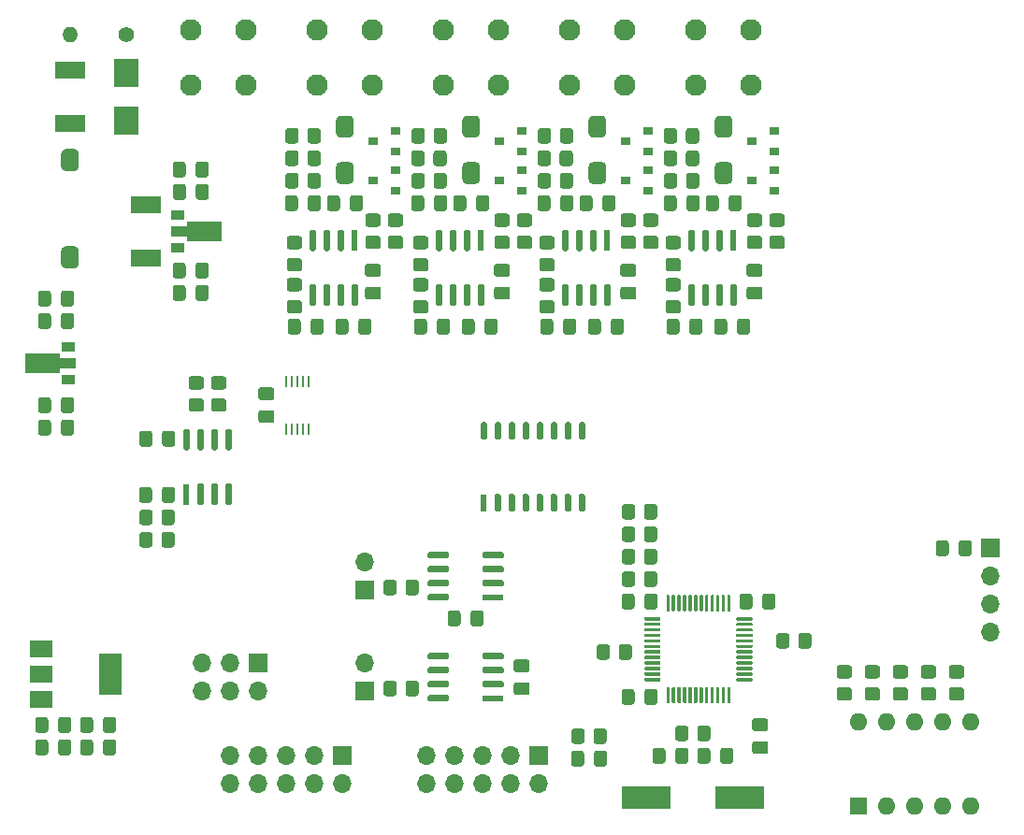
<source format=gbr>
%TF.GenerationSoftware,KiCad,Pcbnew,5.1.10-88a1d61d58~90~ubuntu20.04.1*%
%TF.CreationDate,2021-10-13T16:14:00+02:00*%
%TF.ProjectId,AI_V1,41495f56-312e-46b6-9963-61645f706362,rev?*%
%TF.SameCoordinates,Original*%
%TF.FileFunction,Soldermask,Top*%
%TF.FilePolarity,Negative*%
%FSLAX46Y46*%
G04 Gerber Fmt 4.6, Leading zero omitted, Abs format (unit mm)*
G04 Created by KiCad (PCBNEW 5.1.10-88a1d61d58~90~ubuntu20.04.1) date 2021-10-13 16:14:00*
%MOMM*%
%LPD*%
G01*
G04 APERTURE LIST*
%ADD10O,1.600000X1.600000*%
%ADD11R,1.600000X1.600000*%
%ADD12C,0.100000*%
%ADD13R,1.300000X0.900000*%
%ADD14R,2.700000X1.500000*%
%ADD15R,4.500000X2.000000*%
%ADD16R,0.250000X1.100000*%
%ADD17R,0.600000X1.950000*%
%ADD18R,0.550000X1.600000*%
%ADD19R,2.000000X1.500000*%
%ADD20R,2.000000X3.800000*%
%ADD21R,1.950000X0.600000*%
%ADD22R,0.900000X0.800000*%
%ADD23C,1.950000*%
%ADD24O,1.700000X1.700000*%
%ADD25R,1.700000X1.700000*%
%ADD26O,1.400000X1.400000*%
%ADD27C,1.400000*%
%ADD28R,2.300000X2.500000*%
G04 APERTURE END LIST*
D10*
%TO.C,SW1*%
X173736000Y-125476000D03*
X183896000Y-133096000D03*
X176276000Y-125476000D03*
X181356000Y-133096000D03*
X178816000Y-125476000D03*
X178816000Y-133096000D03*
X181356000Y-125476000D03*
X176276000Y-133096000D03*
X183896000Y-125476000D03*
D11*
X173736000Y-133096000D03*
%TD*%
D12*
%TO.C,U13*%
G36*
X116092000Y-81892500D02*
G01*
X112967000Y-81892500D01*
X112967000Y-81476000D01*
X111492000Y-81476000D01*
X111492000Y-80576000D01*
X112967000Y-80576000D01*
X112967000Y-80159500D01*
X116092000Y-80159500D01*
X116092000Y-81892500D01*
G37*
D13*
X112142000Y-82526000D03*
X112142000Y-79526000D03*
%TD*%
D14*
%TO.C,D7*%
X109220000Y-78626000D03*
X109220000Y-83426000D03*
%TD*%
%TO.C,C45*%
G36*
G01*
X112855500Y-76995000D02*
X112855500Y-77945000D01*
G75*
G02*
X112605500Y-78195000I-250000J0D01*
G01*
X111930500Y-78195000D01*
G75*
G02*
X111680500Y-77945000I0J250000D01*
G01*
X111680500Y-76995000D01*
G75*
G02*
X111930500Y-76745000I250000J0D01*
G01*
X112605500Y-76745000D01*
G75*
G02*
X112855500Y-76995000I0J-250000D01*
G01*
G37*
G36*
G01*
X114930500Y-76995000D02*
X114930500Y-77945000D01*
G75*
G02*
X114680500Y-78195000I-250000J0D01*
G01*
X114005500Y-78195000D01*
G75*
G02*
X113755500Y-77945000I0J250000D01*
G01*
X113755500Y-76995000D01*
G75*
G02*
X114005500Y-76745000I250000J0D01*
G01*
X114680500Y-76745000D01*
G75*
G02*
X114930500Y-76995000I0J-250000D01*
G01*
G37*
%TD*%
%TO.C,C44*%
G36*
G01*
X112834000Y-74963000D02*
X112834000Y-75913000D01*
G75*
G02*
X112584000Y-76163000I-250000J0D01*
G01*
X111909000Y-76163000D01*
G75*
G02*
X111659000Y-75913000I0J250000D01*
G01*
X111659000Y-74963000D01*
G75*
G02*
X111909000Y-74713000I250000J0D01*
G01*
X112584000Y-74713000D01*
G75*
G02*
X112834000Y-74963000I0J-250000D01*
G01*
G37*
G36*
G01*
X114909000Y-74963000D02*
X114909000Y-75913000D01*
G75*
G02*
X114659000Y-76163000I-250000J0D01*
G01*
X113984000Y-76163000D01*
G75*
G02*
X113734000Y-75913000I0J250000D01*
G01*
X113734000Y-74963000D01*
G75*
G02*
X113984000Y-74713000I250000J0D01*
G01*
X114659000Y-74713000D01*
G75*
G02*
X114909000Y-74963000I0J-250000D01*
G01*
G37*
%TD*%
%TO.C,C43*%
G36*
G01*
X112834000Y-84107000D02*
X112834000Y-85057000D01*
G75*
G02*
X112584000Y-85307000I-250000J0D01*
G01*
X111909000Y-85307000D01*
G75*
G02*
X111659000Y-85057000I0J250000D01*
G01*
X111659000Y-84107000D01*
G75*
G02*
X111909000Y-83857000I250000J0D01*
G01*
X112584000Y-83857000D01*
G75*
G02*
X112834000Y-84107000I0J-250000D01*
G01*
G37*
G36*
G01*
X114909000Y-84107000D02*
X114909000Y-85057000D01*
G75*
G02*
X114659000Y-85307000I-250000J0D01*
G01*
X113984000Y-85307000D01*
G75*
G02*
X113734000Y-85057000I0J250000D01*
G01*
X113734000Y-84107000D01*
G75*
G02*
X113984000Y-83857000I250000J0D01*
G01*
X114659000Y-83857000D01*
G75*
G02*
X114909000Y-84107000I0J-250000D01*
G01*
G37*
%TD*%
%TO.C,C42*%
G36*
G01*
X112834000Y-86139000D02*
X112834000Y-87089000D01*
G75*
G02*
X112584000Y-87339000I-250000J0D01*
G01*
X111909000Y-87339000D01*
G75*
G02*
X111659000Y-87089000I0J250000D01*
G01*
X111659000Y-86139000D01*
G75*
G02*
X111909000Y-85889000I250000J0D01*
G01*
X112584000Y-85889000D01*
G75*
G02*
X112834000Y-86139000I0J-250000D01*
G01*
G37*
G36*
G01*
X114909000Y-86139000D02*
X114909000Y-87089000D01*
G75*
G02*
X114659000Y-87339000I-250000J0D01*
G01*
X113984000Y-87339000D01*
G75*
G02*
X113734000Y-87089000I0J250000D01*
G01*
X113734000Y-86139000D01*
G75*
G02*
X113984000Y-85889000I250000J0D01*
G01*
X114659000Y-85889000D01*
G75*
G02*
X114909000Y-86139000I0J-250000D01*
G01*
G37*
%TD*%
%TO.C,FB4*%
G36*
G01*
X161944000Y-76760000D02*
X161144000Y-76760000D01*
G75*
G02*
X160744000Y-76360000I0J400000D01*
G01*
X160744000Y-75160000D01*
G75*
G02*
X161144000Y-74760000I400000J0D01*
G01*
X161944000Y-74760000D01*
G75*
G02*
X162344000Y-75160000I0J-400000D01*
G01*
X162344000Y-76360000D01*
G75*
G02*
X161944000Y-76760000I-400000J0D01*
G01*
G37*
G36*
G01*
X161944000Y-72560000D02*
X161144000Y-72560000D01*
G75*
G02*
X160744000Y-72160000I0J400000D01*
G01*
X160744000Y-70960000D01*
G75*
G02*
X161144000Y-70560000I400000J0D01*
G01*
X161944000Y-70560000D01*
G75*
G02*
X162344000Y-70960000I0J-400000D01*
G01*
X162344000Y-72160000D01*
G75*
G02*
X161944000Y-72560000I-400000J0D01*
G01*
G37*
%TD*%
%TO.C,FB3*%
G36*
G01*
X150514000Y-76760000D02*
X149714000Y-76760000D01*
G75*
G02*
X149314000Y-76360000I0J400000D01*
G01*
X149314000Y-75160000D01*
G75*
G02*
X149714000Y-74760000I400000J0D01*
G01*
X150514000Y-74760000D01*
G75*
G02*
X150914000Y-75160000I0J-400000D01*
G01*
X150914000Y-76360000D01*
G75*
G02*
X150514000Y-76760000I-400000J0D01*
G01*
G37*
G36*
G01*
X150514000Y-72560000D02*
X149714000Y-72560000D01*
G75*
G02*
X149314000Y-72160000I0J400000D01*
G01*
X149314000Y-70960000D01*
G75*
G02*
X149714000Y-70560000I400000J0D01*
G01*
X150514000Y-70560000D01*
G75*
G02*
X150914000Y-70960000I0J-400000D01*
G01*
X150914000Y-72160000D01*
G75*
G02*
X150514000Y-72560000I-400000J0D01*
G01*
G37*
%TD*%
%TO.C,FB2*%
G36*
G01*
X139084000Y-76760000D02*
X138284000Y-76760000D01*
G75*
G02*
X137884000Y-76360000I0J400000D01*
G01*
X137884000Y-75160000D01*
G75*
G02*
X138284000Y-74760000I400000J0D01*
G01*
X139084000Y-74760000D01*
G75*
G02*
X139484000Y-75160000I0J-400000D01*
G01*
X139484000Y-76360000D01*
G75*
G02*
X139084000Y-76760000I-400000J0D01*
G01*
G37*
G36*
G01*
X139084000Y-72560000D02*
X138284000Y-72560000D01*
G75*
G02*
X137884000Y-72160000I0J400000D01*
G01*
X137884000Y-70960000D01*
G75*
G02*
X138284000Y-70560000I400000J0D01*
G01*
X139084000Y-70560000D01*
G75*
G02*
X139484000Y-70960000I0J-400000D01*
G01*
X139484000Y-72160000D01*
G75*
G02*
X139084000Y-72560000I-400000J0D01*
G01*
G37*
%TD*%
%TO.C,FB1*%
G36*
G01*
X127654000Y-76760000D02*
X126854000Y-76760000D01*
G75*
G02*
X126454000Y-76360000I0J400000D01*
G01*
X126454000Y-75160000D01*
G75*
G02*
X126854000Y-74760000I400000J0D01*
G01*
X127654000Y-74760000D01*
G75*
G02*
X128054000Y-75160000I0J-400000D01*
G01*
X128054000Y-76360000D01*
G75*
G02*
X127654000Y-76760000I-400000J0D01*
G01*
G37*
G36*
G01*
X127654000Y-72560000D02*
X126854000Y-72560000D01*
G75*
G02*
X126454000Y-72160000I0J400000D01*
G01*
X126454000Y-70960000D01*
G75*
G02*
X126854000Y-70560000I400000J0D01*
G01*
X127654000Y-70560000D01*
G75*
G02*
X128054000Y-70960000I0J-400000D01*
G01*
X128054000Y-72160000D01*
G75*
G02*
X127654000Y-72560000I-400000J0D01*
G01*
G37*
%TD*%
%TO.C,FB5*%
G36*
G01*
X102762000Y-75594000D02*
X101962000Y-75594000D01*
G75*
G02*
X101562000Y-75194000I0J400000D01*
G01*
X101562000Y-73994000D01*
G75*
G02*
X101962000Y-73594000I400000J0D01*
G01*
X102762000Y-73594000D01*
G75*
G02*
X103162000Y-73994000I0J-400000D01*
G01*
X103162000Y-75194000D01*
G75*
G02*
X102762000Y-75594000I-400000J0D01*
G01*
G37*
G36*
G01*
X102762000Y-84394000D02*
X101962000Y-84394000D01*
G75*
G02*
X101562000Y-83994000I0J400000D01*
G01*
X101562000Y-82794000D01*
G75*
G02*
X101962000Y-82394000I400000J0D01*
G01*
X102762000Y-82394000D01*
G75*
G02*
X103162000Y-82794000I0J-400000D01*
G01*
X103162000Y-83994000D01*
G75*
G02*
X102762000Y-84394000I-400000J0D01*
G01*
G37*
%TD*%
%TO.C,R47*%
G36*
G01*
X157334000Y-76003999D02*
X157334000Y-76904001D01*
G75*
G02*
X157084001Y-77154000I-249999J0D01*
G01*
X156383999Y-77154000D01*
G75*
G02*
X156134000Y-76904001I0J249999D01*
G01*
X156134000Y-76003999D01*
G75*
G02*
X156383999Y-75754000I249999J0D01*
G01*
X157084001Y-75754000D01*
G75*
G02*
X157334000Y-76003999I0J-249999D01*
G01*
G37*
G36*
G01*
X159334000Y-76003999D02*
X159334000Y-76904001D01*
G75*
G02*
X159084001Y-77154000I-249999J0D01*
G01*
X158383999Y-77154000D01*
G75*
G02*
X158134000Y-76904001I0J249999D01*
G01*
X158134000Y-76003999D01*
G75*
G02*
X158383999Y-75754000I249999J0D01*
G01*
X159084001Y-75754000D01*
G75*
G02*
X159334000Y-76003999I0J-249999D01*
G01*
G37*
%TD*%
%TO.C,R46*%
G36*
G01*
X145904000Y-76003999D02*
X145904000Y-76904001D01*
G75*
G02*
X145654001Y-77154000I-249999J0D01*
G01*
X144953999Y-77154000D01*
G75*
G02*
X144704000Y-76904001I0J249999D01*
G01*
X144704000Y-76003999D01*
G75*
G02*
X144953999Y-75754000I249999J0D01*
G01*
X145654001Y-75754000D01*
G75*
G02*
X145904000Y-76003999I0J-249999D01*
G01*
G37*
G36*
G01*
X147904000Y-76003999D02*
X147904000Y-76904001D01*
G75*
G02*
X147654001Y-77154000I-249999J0D01*
G01*
X146953999Y-77154000D01*
G75*
G02*
X146704000Y-76904001I0J249999D01*
G01*
X146704000Y-76003999D01*
G75*
G02*
X146953999Y-75754000I249999J0D01*
G01*
X147654001Y-75754000D01*
G75*
G02*
X147904000Y-76003999I0J-249999D01*
G01*
G37*
%TD*%
%TO.C,R45*%
G36*
G01*
X134474000Y-76003999D02*
X134474000Y-76904001D01*
G75*
G02*
X134224001Y-77154000I-249999J0D01*
G01*
X133523999Y-77154000D01*
G75*
G02*
X133274000Y-76904001I0J249999D01*
G01*
X133274000Y-76003999D01*
G75*
G02*
X133523999Y-75754000I249999J0D01*
G01*
X134224001Y-75754000D01*
G75*
G02*
X134474000Y-76003999I0J-249999D01*
G01*
G37*
G36*
G01*
X136474000Y-76003999D02*
X136474000Y-76904001D01*
G75*
G02*
X136224001Y-77154000I-249999J0D01*
G01*
X135523999Y-77154000D01*
G75*
G02*
X135274000Y-76904001I0J249999D01*
G01*
X135274000Y-76003999D01*
G75*
G02*
X135523999Y-75754000I249999J0D01*
G01*
X136224001Y-75754000D01*
G75*
G02*
X136474000Y-76003999I0J-249999D01*
G01*
G37*
%TD*%
%TO.C,R44*%
G36*
G01*
X123060000Y-76003999D02*
X123060000Y-76904001D01*
G75*
G02*
X122810001Y-77154000I-249999J0D01*
G01*
X122109999Y-77154000D01*
G75*
G02*
X121860000Y-76904001I0J249999D01*
G01*
X121860000Y-76003999D01*
G75*
G02*
X122109999Y-75754000I249999J0D01*
G01*
X122810001Y-75754000D01*
G75*
G02*
X123060000Y-76003999I0J-249999D01*
G01*
G37*
G36*
G01*
X125060000Y-76003999D02*
X125060000Y-76904001D01*
G75*
G02*
X124810001Y-77154000I-249999J0D01*
G01*
X124109999Y-77154000D01*
G75*
G02*
X123860000Y-76904001I0J249999D01*
G01*
X123860000Y-76003999D01*
G75*
G02*
X124109999Y-75754000I249999J0D01*
G01*
X124810001Y-75754000D01*
G75*
G02*
X125060000Y-76003999I0J-249999D01*
G01*
G37*
%TD*%
%TO.C,D1*%
X102362000Y-66434000D03*
X102362000Y-71234000D03*
%TD*%
D15*
%TO.C,Y1*%
X163000000Y-132334000D03*
X154500000Y-132334000D03*
%TD*%
D12*
%TO.C,U12*%
G36*
X98284000Y-92097500D02*
G01*
X101409000Y-92097500D01*
X101409000Y-92514000D01*
X102884000Y-92514000D01*
X102884000Y-93414000D01*
X101409000Y-93414000D01*
X101409000Y-93830500D01*
X98284000Y-93830500D01*
X98284000Y-92097500D01*
G37*
D13*
X102234000Y-91464000D03*
X102234000Y-94464000D03*
%TD*%
D16*
%TO.C,U11*%
X123936000Y-98924000D03*
X123436000Y-98924000D03*
X122936000Y-98924000D03*
X122436000Y-98924000D03*
X121936000Y-98924000D03*
X121936000Y-94624000D03*
X122436000Y-94624000D03*
X122936000Y-94624000D03*
X123436000Y-94624000D03*
X123936000Y-94624000D03*
%TD*%
%TO.C,U10*%
G36*
G01*
X162283000Y-85828000D02*
X162583000Y-85828000D01*
G75*
G02*
X162733000Y-85978000I0J-150000D01*
G01*
X162733000Y-87628000D01*
G75*
G02*
X162583000Y-87778000I-150000J0D01*
G01*
X162283000Y-87778000D01*
G75*
G02*
X162133000Y-87628000I0J150000D01*
G01*
X162133000Y-85978000D01*
G75*
G02*
X162283000Y-85828000I150000J0D01*
G01*
G37*
G36*
G01*
X161013000Y-85828000D02*
X161313000Y-85828000D01*
G75*
G02*
X161463000Y-85978000I0J-150000D01*
G01*
X161463000Y-87628000D01*
G75*
G02*
X161313000Y-87778000I-150000J0D01*
G01*
X161013000Y-87778000D01*
G75*
G02*
X160863000Y-87628000I0J150000D01*
G01*
X160863000Y-85978000D01*
G75*
G02*
X161013000Y-85828000I150000J0D01*
G01*
G37*
G36*
G01*
X159743000Y-85828000D02*
X160043000Y-85828000D01*
G75*
G02*
X160193000Y-85978000I0J-150000D01*
G01*
X160193000Y-87628000D01*
G75*
G02*
X160043000Y-87778000I-150000J0D01*
G01*
X159743000Y-87778000D01*
G75*
G02*
X159593000Y-87628000I0J150000D01*
G01*
X159593000Y-85978000D01*
G75*
G02*
X159743000Y-85828000I150000J0D01*
G01*
G37*
G36*
G01*
X158473000Y-85828000D02*
X158773000Y-85828000D01*
G75*
G02*
X158923000Y-85978000I0J-150000D01*
G01*
X158923000Y-87628000D01*
G75*
G02*
X158773000Y-87778000I-150000J0D01*
G01*
X158473000Y-87778000D01*
G75*
G02*
X158323000Y-87628000I0J150000D01*
G01*
X158323000Y-85978000D01*
G75*
G02*
X158473000Y-85828000I150000J0D01*
G01*
G37*
G36*
G01*
X158473000Y-80878000D02*
X158773000Y-80878000D01*
G75*
G02*
X158923000Y-81028000I0J-150000D01*
G01*
X158923000Y-82678000D01*
G75*
G02*
X158773000Y-82828000I-150000J0D01*
G01*
X158473000Y-82828000D01*
G75*
G02*
X158323000Y-82678000I0J150000D01*
G01*
X158323000Y-81028000D01*
G75*
G02*
X158473000Y-80878000I150000J0D01*
G01*
G37*
G36*
G01*
X159743000Y-80878000D02*
X160043000Y-80878000D01*
G75*
G02*
X160193000Y-81028000I0J-150000D01*
G01*
X160193000Y-82678000D01*
G75*
G02*
X160043000Y-82828000I-150000J0D01*
G01*
X159743000Y-82828000D01*
G75*
G02*
X159593000Y-82678000I0J150000D01*
G01*
X159593000Y-81028000D01*
G75*
G02*
X159743000Y-80878000I150000J0D01*
G01*
G37*
G36*
G01*
X161013000Y-80878000D02*
X161313000Y-80878000D01*
G75*
G02*
X161463000Y-81028000I0J-150000D01*
G01*
X161463000Y-82678000D01*
G75*
G02*
X161313000Y-82828000I-150000J0D01*
G01*
X161013000Y-82828000D01*
G75*
G02*
X160863000Y-82678000I0J150000D01*
G01*
X160863000Y-81028000D01*
G75*
G02*
X161013000Y-80878000I150000J0D01*
G01*
G37*
D17*
X162433000Y-81853000D03*
%TD*%
%TO.C,U9*%
G36*
G01*
X150853000Y-85828000D02*
X151153000Y-85828000D01*
G75*
G02*
X151303000Y-85978000I0J-150000D01*
G01*
X151303000Y-87628000D01*
G75*
G02*
X151153000Y-87778000I-150000J0D01*
G01*
X150853000Y-87778000D01*
G75*
G02*
X150703000Y-87628000I0J150000D01*
G01*
X150703000Y-85978000D01*
G75*
G02*
X150853000Y-85828000I150000J0D01*
G01*
G37*
G36*
G01*
X149583000Y-85828000D02*
X149883000Y-85828000D01*
G75*
G02*
X150033000Y-85978000I0J-150000D01*
G01*
X150033000Y-87628000D01*
G75*
G02*
X149883000Y-87778000I-150000J0D01*
G01*
X149583000Y-87778000D01*
G75*
G02*
X149433000Y-87628000I0J150000D01*
G01*
X149433000Y-85978000D01*
G75*
G02*
X149583000Y-85828000I150000J0D01*
G01*
G37*
G36*
G01*
X148313000Y-85828000D02*
X148613000Y-85828000D01*
G75*
G02*
X148763000Y-85978000I0J-150000D01*
G01*
X148763000Y-87628000D01*
G75*
G02*
X148613000Y-87778000I-150000J0D01*
G01*
X148313000Y-87778000D01*
G75*
G02*
X148163000Y-87628000I0J150000D01*
G01*
X148163000Y-85978000D01*
G75*
G02*
X148313000Y-85828000I150000J0D01*
G01*
G37*
G36*
G01*
X147043000Y-85828000D02*
X147343000Y-85828000D01*
G75*
G02*
X147493000Y-85978000I0J-150000D01*
G01*
X147493000Y-87628000D01*
G75*
G02*
X147343000Y-87778000I-150000J0D01*
G01*
X147043000Y-87778000D01*
G75*
G02*
X146893000Y-87628000I0J150000D01*
G01*
X146893000Y-85978000D01*
G75*
G02*
X147043000Y-85828000I150000J0D01*
G01*
G37*
G36*
G01*
X147043000Y-80878000D02*
X147343000Y-80878000D01*
G75*
G02*
X147493000Y-81028000I0J-150000D01*
G01*
X147493000Y-82678000D01*
G75*
G02*
X147343000Y-82828000I-150000J0D01*
G01*
X147043000Y-82828000D01*
G75*
G02*
X146893000Y-82678000I0J150000D01*
G01*
X146893000Y-81028000D01*
G75*
G02*
X147043000Y-80878000I150000J0D01*
G01*
G37*
G36*
G01*
X148313000Y-80878000D02*
X148613000Y-80878000D01*
G75*
G02*
X148763000Y-81028000I0J-150000D01*
G01*
X148763000Y-82678000D01*
G75*
G02*
X148613000Y-82828000I-150000J0D01*
G01*
X148313000Y-82828000D01*
G75*
G02*
X148163000Y-82678000I0J150000D01*
G01*
X148163000Y-81028000D01*
G75*
G02*
X148313000Y-80878000I150000J0D01*
G01*
G37*
G36*
G01*
X149583000Y-80878000D02*
X149883000Y-80878000D01*
G75*
G02*
X150033000Y-81028000I0J-150000D01*
G01*
X150033000Y-82678000D01*
G75*
G02*
X149883000Y-82828000I-150000J0D01*
G01*
X149583000Y-82828000D01*
G75*
G02*
X149433000Y-82678000I0J150000D01*
G01*
X149433000Y-81028000D01*
G75*
G02*
X149583000Y-80878000I150000J0D01*
G01*
G37*
X151003000Y-81853000D03*
%TD*%
%TO.C,U8*%
G36*
G01*
X139423000Y-85828000D02*
X139723000Y-85828000D01*
G75*
G02*
X139873000Y-85978000I0J-150000D01*
G01*
X139873000Y-87628000D01*
G75*
G02*
X139723000Y-87778000I-150000J0D01*
G01*
X139423000Y-87778000D01*
G75*
G02*
X139273000Y-87628000I0J150000D01*
G01*
X139273000Y-85978000D01*
G75*
G02*
X139423000Y-85828000I150000J0D01*
G01*
G37*
G36*
G01*
X138153000Y-85828000D02*
X138453000Y-85828000D01*
G75*
G02*
X138603000Y-85978000I0J-150000D01*
G01*
X138603000Y-87628000D01*
G75*
G02*
X138453000Y-87778000I-150000J0D01*
G01*
X138153000Y-87778000D01*
G75*
G02*
X138003000Y-87628000I0J150000D01*
G01*
X138003000Y-85978000D01*
G75*
G02*
X138153000Y-85828000I150000J0D01*
G01*
G37*
G36*
G01*
X136883000Y-85828000D02*
X137183000Y-85828000D01*
G75*
G02*
X137333000Y-85978000I0J-150000D01*
G01*
X137333000Y-87628000D01*
G75*
G02*
X137183000Y-87778000I-150000J0D01*
G01*
X136883000Y-87778000D01*
G75*
G02*
X136733000Y-87628000I0J150000D01*
G01*
X136733000Y-85978000D01*
G75*
G02*
X136883000Y-85828000I150000J0D01*
G01*
G37*
G36*
G01*
X135613000Y-85828000D02*
X135913000Y-85828000D01*
G75*
G02*
X136063000Y-85978000I0J-150000D01*
G01*
X136063000Y-87628000D01*
G75*
G02*
X135913000Y-87778000I-150000J0D01*
G01*
X135613000Y-87778000D01*
G75*
G02*
X135463000Y-87628000I0J150000D01*
G01*
X135463000Y-85978000D01*
G75*
G02*
X135613000Y-85828000I150000J0D01*
G01*
G37*
G36*
G01*
X135613000Y-80878000D02*
X135913000Y-80878000D01*
G75*
G02*
X136063000Y-81028000I0J-150000D01*
G01*
X136063000Y-82678000D01*
G75*
G02*
X135913000Y-82828000I-150000J0D01*
G01*
X135613000Y-82828000D01*
G75*
G02*
X135463000Y-82678000I0J150000D01*
G01*
X135463000Y-81028000D01*
G75*
G02*
X135613000Y-80878000I150000J0D01*
G01*
G37*
G36*
G01*
X136883000Y-80878000D02*
X137183000Y-80878000D01*
G75*
G02*
X137333000Y-81028000I0J-150000D01*
G01*
X137333000Y-82678000D01*
G75*
G02*
X137183000Y-82828000I-150000J0D01*
G01*
X136883000Y-82828000D01*
G75*
G02*
X136733000Y-82678000I0J150000D01*
G01*
X136733000Y-81028000D01*
G75*
G02*
X136883000Y-80878000I150000J0D01*
G01*
G37*
G36*
G01*
X138153000Y-80878000D02*
X138453000Y-80878000D01*
G75*
G02*
X138603000Y-81028000I0J-150000D01*
G01*
X138603000Y-82678000D01*
G75*
G02*
X138453000Y-82828000I-150000J0D01*
G01*
X138153000Y-82828000D01*
G75*
G02*
X138003000Y-82678000I0J150000D01*
G01*
X138003000Y-81028000D01*
G75*
G02*
X138153000Y-80878000I150000J0D01*
G01*
G37*
X139573000Y-81853000D03*
%TD*%
%TO.C,U7*%
G36*
G01*
X127993000Y-85828000D02*
X128293000Y-85828000D01*
G75*
G02*
X128443000Y-85978000I0J-150000D01*
G01*
X128443000Y-87628000D01*
G75*
G02*
X128293000Y-87778000I-150000J0D01*
G01*
X127993000Y-87778000D01*
G75*
G02*
X127843000Y-87628000I0J150000D01*
G01*
X127843000Y-85978000D01*
G75*
G02*
X127993000Y-85828000I150000J0D01*
G01*
G37*
G36*
G01*
X126723000Y-85828000D02*
X127023000Y-85828000D01*
G75*
G02*
X127173000Y-85978000I0J-150000D01*
G01*
X127173000Y-87628000D01*
G75*
G02*
X127023000Y-87778000I-150000J0D01*
G01*
X126723000Y-87778000D01*
G75*
G02*
X126573000Y-87628000I0J150000D01*
G01*
X126573000Y-85978000D01*
G75*
G02*
X126723000Y-85828000I150000J0D01*
G01*
G37*
G36*
G01*
X125453000Y-85828000D02*
X125753000Y-85828000D01*
G75*
G02*
X125903000Y-85978000I0J-150000D01*
G01*
X125903000Y-87628000D01*
G75*
G02*
X125753000Y-87778000I-150000J0D01*
G01*
X125453000Y-87778000D01*
G75*
G02*
X125303000Y-87628000I0J150000D01*
G01*
X125303000Y-85978000D01*
G75*
G02*
X125453000Y-85828000I150000J0D01*
G01*
G37*
G36*
G01*
X124183000Y-85828000D02*
X124483000Y-85828000D01*
G75*
G02*
X124633000Y-85978000I0J-150000D01*
G01*
X124633000Y-87628000D01*
G75*
G02*
X124483000Y-87778000I-150000J0D01*
G01*
X124183000Y-87778000D01*
G75*
G02*
X124033000Y-87628000I0J150000D01*
G01*
X124033000Y-85978000D01*
G75*
G02*
X124183000Y-85828000I150000J0D01*
G01*
G37*
G36*
G01*
X124183000Y-80878000D02*
X124483000Y-80878000D01*
G75*
G02*
X124633000Y-81028000I0J-150000D01*
G01*
X124633000Y-82678000D01*
G75*
G02*
X124483000Y-82828000I-150000J0D01*
G01*
X124183000Y-82828000D01*
G75*
G02*
X124033000Y-82678000I0J150000D01*
G01*
X124033000Y-81028000D01*
G75*
G02*
X124183000Y-80878000I150000J0D01*
G01*
G37*
G36*
G01*
X125453000Y-80878000D02*
X125753000Y-80878000D01*
G75*
G02*
X125903000Y-81028000I0J-150000D01*
G01*
X125903000Y-82678000D01*
G75*
G02*
X125753000Y-82828000I-150000J0D01*
G01*
X125453000Y-82828000D01*
G75*
G02*
X125303000Y-82678000I0J150000D01*
G01*
X125303000Y-81028000D01*
G75*
G02*
X125453000Y-80878000I150000J0D01*
G01*
G37*
G36*
G01*
X126723000Y-80878000D02*
X127023000Y-80878000D01*
G75*
G02*
X127173000Y-81028000I0J-150000D01*
G01*
X127173000Y-82678000D01*
G75*
G02*
X127023000Y-82828000I-150000J0D01*
G01*
X126723000Y-82828000D01*
G75*
G02*
X126573000Y-82678000I0J150000D01*
G01*
X126573000Y-81028000D01*
G75*
G02*
X126723000Y-80878000I150000J0D01*
G01*
G37*
X128143000Y-81853000D03*
%TD*%
%TO.C,U6*%
G36*
G01*
X139964500Y-99912000D02*
X139689500Y-99912000D01*
G75*
G02*
X139552000Y-99774500I0J137500D01*
G01*
X139552000Y-98449500D01*
G75*
G02*
X139689500Y-98312000I137500J0D01*
G01*
X139964500Y-98312000D01*
G75*
G02*
X140102000Y-98449500I0J-137500D01*
G01*
X140102000Y-99774500D01*
G75*
G02*
X139964500Y-99912000I-137500J0D01*
G01*
G37*
G36*
G01*
X141234500Y-99912000D02*
X140959500Y-99912000D01*
G75*
G02*
X140822000Y-99774500I0J137500D01*
G01*
X140822000Y-98449500D01*
G75*
G02*
X140959500Y-98312000I137500J0D01*
G01*
X141234500Y-98312000D01*
G75*
G02*
X141372000Y-98449500I0J-137500D01*
G01*
X141372000Y-99774500D01*
G75*
G02*
X141234500Y-99912000I-137500J0D01*
G01*
G37*
G36*
G01*
X142504500Y-99912000D02*
X142229500Y-99912000D01*
G75*
G02*
X142092000Y-99774500I0J137500D01*
G01*
X142092000Y-98449500D01*
G75*
G02*
X142229500Y-98312000I137500J0D01*
G01*
X142504500Y-98312000D01*
G75*
G02*
X142642000Y-98449500I0J-137500D01*
G01*
X142642000Y-99774500D01*
G75*
G02*
X142504500Y-99912000I-137500J0D01*
G01*
G37*
G36*
G01*
X143774500Y-99912000D02*
X143499500Y-99912000D01*
G75*
G02*
X143362000Y-99774500I0J137500D01*
G01*
X143362000Y-98449500D01*
G75*
G02*
X143499500Y-98312000I137500J0D01*
G01*
X143774500Y-98312000D01*
G75*
G02*
X143912000Y-98449500I0J-137500D01*
G01*
X143912000Y-99774500D01*
G75*
G02*
X143774500Y-99912000I-137500J0D01*
G01*
G37*
G36*
G01*
X145044500Y-99912000D02*
X144769500Y-99912000D01*
G75*
G02*
X144632000Y-99774500I0J137500D01*
G01*
X144632000Y-98449500D01*
G75*
G02*
X144769500Y-98312000I137500J0D01*
G01*
X145044500Y-98312000D01*
G75*
G02*
X145182000Y-98449500I0J-137500D01*
G01*
X145182000Y-99774500D01*
G75*
G02*
X145044500Y-99912000I-137500J0D01*
G01*
G37*
G36*
G01*
X146314500Y-99912000D02*
X146039500Y-99912000D01*
G75*
G02*
X145902000Y-99774500I0J137500D01*
G01*
X145902000Y-98449500D01*
G75*
G02*
X146039500Y-98312000I137500J0D01*
G01*
X146314500Y-98312000D01*
G75*
G02*
X146452000Y-98449500I0J-137500D01*
G01*
X146452000Y-99774500D01*
G75*
G02*
X146314500Y-99912000I-137500J0D01*
G01*
G37*
G36*
G01*
X147584500Y-99912000D02*
X147309500Y-99912000D01*
G75*
G02*
X147172000Y-99774500I0J137500D01*
G01*
X147172000Y-98449500D01*
G75*
G02*
X147309500Y-98312000I137500J0D01*
G01*
X147584500Y-98312000D01*
G75*
G02*
X147722000Y-98449500I0J-137500D01*
G01*
X147722000Y-99774500D01*
G75*
G02*
X147584500Y-99912000I-137500J0D01*
G01*
G37*
G36*
G01*
X148854500Y-99912000D02*
X148579500Y-99912000D01*
G75*
G02*
X148442000Y-99774500I0J137500D01*
G01*
X148442000Y-98449500D01*
G75*
G02*
X148579500Y-98312000I137500J0D01*
G01*
X148854500Y-98312000D01*
G75*
G02*
X148992000Y-98449500I0J-137500D01*
G01*
X148992000Y-99774500D01*
G75*
G02*
X148854500Y-99912000I-137500J0D01*
G01*
G37*
G36*
G01*
X148854500Y-106412000D02*
X148579500Y-106412000D01*
G75*
G02*
X148442000Y-106274500I0J137500D01*
G01*
X148442000Y-104949500D01*
G75*
G02*
X148579500Y-104812000I137500J0D01*
G01*
X148854500Y-104812000D01*
G75*
G02*
X148992000Y-104949500I0J-137500D01*
G01*
X148992000Y-106274500D01*
G75*
G02*
X148854500Y-106412000I-137500J0D01*
G01*
G37*
G36*
G01*
X147584500Y-106412000D02*
X147309500Y-106412000D01*
G75*
G02*
X147172000Y-106274500I0J137500D01*
G01*
X147172000Y-104949500D01*
G75*
G02*
X147309500Y-104812000I137500J0D01*
G01*
X147584500Y-104812000D01*
G75*
G02*
X147722000Y-104949500I0J-137500D01*
G01*
X147722000Y-106274500D01*
G75*
G02*
X147584500Y-106412000I-137500J0D01*
G01*
G37*
G36*
G01*
X146314500Y-106412000D02*
X146039500Y-106412000D01*
G75*
G02*
X145902000Y-106274500I0J137500D01*
G01*
X145902000Y-104949500D01*
G75*
G02*
X146039500Y-104812000I137500J0D01*
G01*
X146314500Y-104812000D01*
G75*
G02*
X146452000Y-104949500I0J-137500D01*
G01*
X146452000Y-106274500D01*
G75*
G02*
X146314500Y-106412000I-137500J0D01*
G01*
G37*
G36*
G01*
X145044500Y-106412000D02*
X144769500Y-106412000D01*
G75*
G02*
X144632000Y-106274500I0J137500D01*
G01*
X144632000Y-104949500D01*
G75*
G02*
X144769500Y-104812000I137500J0D01*
G01*
X145044500Y-104812000D01*
G75*
G02*
X145182000Y-104949500I0J-137500D01*
G01*
X145182000Y-106274500D01*
G75*
G02*
X145044500Y-106412000I-137500J0D01*
G01*
G37*
G36*
G01*
X143774500Y-106412000D02*
X143499500Y-106412000D01*
G75*
G02*
X143362000Y-106274500I0J137500D01*
G01*
X143362000Y-104949500D01*
G75*
G02*
X143499500Y-104812000I137500J0D01*
G01*
X143774500Y-104812000D01*
G75*
G02*
X143912000Y-104949500I0J-137500D01*
G01*
X143912000Y-106274500D01*
G75*
G02*
X143774500Y-106412000I-137500J0D01*
G01*
G37*
G36*
G01*
X142504500Y-106412000D02*
X142229500Y-106412000D01*
G75*
G02*
X142092000Y-106274500I0J137500D01*
G01*
X142092000Y-104949500D01*
G75*
G02*
X142229500Y-104812000I137500J0D01*
G01*
X142504500Y-104812000D01*
G75*
G02*
X142642000Y-104949500I0J-137500D01*
G01*
X142642000Y-106274500D01*
G75*
G02*
X142504500Y-106412000I-137500J0D01*
G01*
G37*
G36*
G01*
X141234500Y-106412000D02*
X140959500Y-106412000D01*
G75*
G02*
X140822000Y-106274500I0J137500D01*
G01*
X140822000Y-104949500D01*
G75*
G02*
X140959500Y-104812000I137500J0D01*
G01*
X141234500Y-104812000D01*
G75*
G02*
X141372000Y-104949500I0J-137500D01*
G01*
X141372000Y-106274500D01*
G75*
G02*
X141234500Y-106412000I-137500J0D01*
G01*
G37*
D18*
X139827000Y-105612000D03*
%TD*%
%TO.C,U5*%
G36*
G01*
X113053000Y-100862000D02*
X112753000Y-100862000D01*
G75*
G02*
X112603000Y-100712000I0J150000D01*
G01*
X112603000Y-99062000D01*
G75*
G02*
X112753000Y-98912000I150000J0D01*
G01*
X113053000Y-98912000D01*
G75*
G02*
X113203000Y-99062000I0J-150000D01*
G01*
X113203000Y-100712000D01*
G75*
G02*
X113053000Y-100862000I-150000J0D01*
G01*
G37*
G36*
G01*
X114323000Y-100862000D02*
X114023000Y-100862000D01*
G75*
G02*
X113873000Y-100712000I0J150000D01*
G01*
X113873000Y-99062000D01*
G75*
G02*
X114023000Y-98912000I150000J0D01*
G01*
X114323000Y-98912000D01*
G75*
G02*
X114473000Y-99062000I0J-150000D01*
G01*
X114473000Y-100712000D01*
G75*
G02*
X114323000Y-100862000I-150000J0D01*
G01*
G37*
G36*
G01*
X115593000Y-100862000D02*
X115293000Y-100862000D01*
G75*
G02*
X115143000Y-100712000I0J150000D01*
G01*
X115143000Y-99062000D01*
G75*
G02*
X115293000Y-98912000I150000J0D01*
G01*
X115593000Y-98912000D01*
G75*
G02*
X115743000Y-99062000I0J-150000D01*
G01*
X115743000Y-100712000D01*
G75*
G02*
X115593000Y-100862000I-150000J0D01*
G01*
G37*
G36*
G01*
X116863000Y-100862000D02*
X116563000Y-100862000D01*
G75*
G02*
X116413000Y-100712000I0J150000D01*
G01*
X116413000Y-99062000D01*
G75*
G02*
X116563000Y-98912000I150000J0D01*
G01*
X116863000Y-98912000D01*
G75*
G02*
X117013000Y-99062000I0J-150000D01*
G01*
X117013000Y-100712000D01*
G75*
G02*
X116863000Y-100862000I-150000J0D01*
G01*
G37*
G36*
G01*
X116863000Y-105812000D02*
X116563000Y-105812000D01*
G75*
G02*
X116413000Y-105662000I0J150000D01*
G01*
X116413000Y-104012000D01*
G75*
G02*
X116563000Y-103862000I150000J0D01*
G01*
X116863000Y-103862000D01*
G75*
G02*
X117013000Y-104012000I0J-150000D01*
G01*
X117013000Y-105662000D01*
G75*
G02*
X116863000Y-105812000I-150000J0D01*
G01*
G37*
G36*
G01*
X115593000Y-105812000D02*
X115293000Y-105812000D01*
G75*
G02*
X115143000Y-105662000I0J150000D01*
G01*
X115143000Y-104012000D01*
G75*
G02*
X115293000Y-103862000I150000J0D01*
G01*
X115593000Y-103862000D01*
G75*
G02*
X115743000Y-104012000I0J-150000D01*
G01*
X115743000Y-105662000D01*
G75*
G02*
X115593000Y-105812000I-150000J0D01*
G01*
G37*
G36*
G01*
X114323000Y-105812000D02*
X114023000Y-105812000D01*
G75*
G02*
X113873000Y-105662000I0J150000D01*
G01*
X113873000Y-104012000D01*
G75*
G02*
X114023000Y-103862000I150000J0D01*
G01*
X114323000Y-103862000D01*
G75*
G02*
X114473000Y-104012000I0J-150000D01*
G01*
X114473000Y-105662000D01*
G75*
G02*
X114323000Y-105812000I-150000J0D01*
G01*
G37*
D17*
X112903000Y-104837000D03*
%TD*%
D19*
%TO.C,U4*%
X99720000Y-118858000D03*
X99720000Y-123458000D03*
X99720000Y-121158000D03*
D20*
X106020000Y-121158000D03*
%TD*%
%TO.C,U3*%
G36*
G01*
X155758000Y-121772000D02*
X154433000Y-121772000D01*
G75*
G02*
X154358000Y-121697000I0J75000D01*
G01*
X154358000Y-121547000D01*
G75*
G02*
X154433000Y-121472000I75000J0D01*
G01*
X155758000Y-121472000D01*
G75*
G02*
X155833000Y-121547000I0J-75000D01*
G01*
X155833000Y-121697000D01*
G75*
G02*
X155758000Y-121772000I-75000J0D01*
G01*
G37*
G36*
G01*
X155758000Y-121272000D02*
X154433000Y-121272000D01*
G75*
G02*
X154358000Y-121197000I0J75000D01*
G01*
X154358000Y-121047000D01*
G75*
G02*
X154433000Y-120972000I75000J0D01*
G01*
X155758000Y-120972000D01*
G75*
G02*
X155833000Y-121047000I0J-75000D01*
G01*
X155833000Y-121197000D01*
G75*
G02*
X155758000Y-121272000I-75000J0D01*
G01*
G37*
G36*
G01*
X155758000Y-120772000D02*
X154433000Y-120772000D01*
G75*
G02*
X154358000Y-120697000I0J75000D01*
G01*
X154358000Y-120547000D01*
G75*
G02*
X154433000Y-120472000I75000J0D01*
G01*
X155758000Y-120472000D01*
G75*
G02*
X155833000Y-120547000I0J-75000D01*
G01*
X155833000Y-120697000D01*
G75*
G02*
X155758000Y-120772000I-75000J0D01*
G01*
G37*
G36*
G01*
X155758000Y-120272000D02*
X154433000Y-120272000D01*
G75*
G02*
X154358000Y-120197000I0J75000D01*
G01*
X154358000Y-120047000D01*
G75*
G02*
X154433000Y-119972000I75000J0D01*
G01*
X155758000Y-119972000D01*
G75*
G02*
X155833000Y-120047000I0J-75000D01*
G01*
X155833000Y-120197000D01*
G75*
G02*
X155758000Y-120272000I-75000J0D01*
G01*
G37*
G36*
G01*
X155758000Y-119772000D02*
X154433000Y-119772000D01*
G75*
G02*
X154358000Y-119697000I0J75000D01*
G01*
X154358000Y-119547000D01*
G75*
G02*
X154433000Y-119472000I75000J0D01*
G01*
X155758000Y-119472000D01*
G75*
G02*
X155833000Y-119547000I0J-75000D01*
G01*
X155833000Y-119697000D01*
G75*
G02*
X155758000Y-119772000I-75000J0D01*
G01*
G37*
G36*
G01*
X155758000Y-119272000D02*
X154433000Y-119272000D01*
G75*
G02*
X154358000Y-119197000I0J75000D01*
G01*
X154358000Y-119047000D01*
G75*
G02*
X154433000Y-118972000I75000J0D01*
G01*
X155758000Y-118972000D01*
G75*
G02*
X155833000Y-119047000I0J-75000D01*
G01*
X155833000Y-119197000D01*
G75*
G02*
X155758000Y-119272000I-75000J0D01*
G01*
G37*
G36*
G01*
X155758000Y-118772000D02*
X154433000Y-118772000D01*
G75*
G02*
X154358000Y-118697000I0J75000D01*
G01*
X154358000Y-118547000D01*
G75*
G02*
X154433000Y-118472000I75000J0D01*
G01*
X155758000Y-118472000D01*
G75*
G02*
X155833000Y-118547000I0J-75000D01*
G01*
X155833000Y-118697000D01*
G75*
G02*
X155758000Y-118772000I-75000J0D01*
G01*
G37*
G36*
G01*
X155758000Y-118272000D02*
X154433000Y-118272000D01*
G75*
G02*
X154358000Y-118197000I0J75000D01*
G01*
X154358000Y-118047000D01*
G75*
G02*
X154433000Y-117972000I75000J0D01*
G01*
X155758000Y-117972000D01*
G75*
G02*
X155833000Y-118047000I0J-75000D01*
G01*
X155833000Y-118197000D01*
G75*
G02*
X155758000Y-118272000I-75000J0D01*
G01*
G37*
G36*
G01*
X155758000Y-117772000D02*
X154433000Y-117772000D01*
G75*
G02*
X154358000Y-117697000I0J75000D01*
G01*
X154358000Y-117547000D01*
G75*
G02*
X154433000Y-117472000I75000J0D01*
G01*
X155758000Y-117472000D01*
G75*
G02*
X155833000Y-117547000I0J-75000D01*
G01*
X155833000Y-117697000D01*
G75*
G02*
X155758000Y-117772000I-75000J0D01*
G01*
G37*
G36*
G01*
X155758000Y-117272000D02*
X154433000Y-117272000D01*
G75*
G02*
X154358000Y-117197000I0J75000D01*
G01*
X154358000Y-117047000D01*
G75*
G02*
X154433000Y-116972000I75000J0D01*
G01*
X155758000Y-116972000D01*
G75*
G02*
X155833000Y-117047000I0J-75000D01*
G01*
X155833000Y-117197000D01*
G75*
G02*
X155758000Y-117272000I-75000J0D01*
G01*
G37*
G36*
G01*
X155758000Y-116772000D02*
X154433000Y-116772000D01*
G75*
G02*
X154358000Y-116697000I0J75000D01*
G01*
X154358000Y-116547000D01*
G75*
G02*
X154433000Y-116472000I75000J0D01*
G01*
X155758000Y-116472000D01*
G75*
G02*
X155833000Y-116547000I0J-75000D01*
G01*
X155833000Y-116697000D01*
G75*
G02*
X155758000Y-116772000I-75000J0D01*
G01*
G37*
G36*
G01*
X155758000Y-116272000D02*
X154433000Y-116272000D01*
G75*
G02*
X154358000Y-116197000I0J75000D01*
G01*
X154358000Y-116047000D01*
G75*
G02*
X154433000Y-115972000I75000J0D01*
G01*
X155758000Y-115972000D01*
G75*
G02*
X155833000Y-116047000I0J-75000D01*
G01*
X155833000Y-116197000D01*
G75*
G02*
X155758000Y-116272000I-75000J0D01*
G01*
G37*
G36*
G01*
X156583000Y-115447000D02*
X156433000Y-115447000D01*
G75*
G02*
X156358000Y-115372000I0J75000D01*
G01*
X156358000Y-114047000D01*
G75*
G02*
X156433000Y-113972000I75000J0D01*
G01*
X156583000Y-113972000D01*
G75*
G02*
X156658000Y-114047000I0J-75000D01*
G01*
X156658000Y-115372000D01*
G75*
G02*
X156583000Y-115447000I-75000J0D01*
G01*
G37*
G36*
G01*
X157083000Y-115447000D02*
X156933000Y-115447000D01*
G75*
G02*
X156858000Y-115372000I0J75000D01*
G01*
X156858000Y-114047000D01*
G75*
G02*
X156933000Y-113972000I75000J0D01*
G01*
X157083000Y-113972000D01*
G75*
G02*
X157158000Y-114047000I0J-75000D01*
G01*
X157158000Y-115372000D01*
G75*
G02*
X157083000Y-115447000I-75000J0D01*
G01*
G37*
G36*
G01*
X157583000Y-115447000D02*
X157433000Y-115447000D01*
G75*
G02*
X157358000Y-115372000I0J75000D01*
G01*
X157358000Y-114047000D01*
G75*
G02*
X157433000Y-113972000I75000J0D01*
G01*
X157583000Y-113972000D01*
G75*
G02*
X157658000Y-114047000I0J-75000D01*
G01*
X157658000Y-115372000D01*
G75*
G02*
X157583000Y-115447000I-75000J0D01*
G01*
G37*
G36*
G01*
X158083000Y-115447000D02*
X157933000Y-115447000D01*
G75*
G02*
X157858000Y-115372000I0J75000D01*
G01*
X157858000Y-114047000D01*
G75*
G02*
X157933000Y-113972000I75000J0D01*
G01*
X158083000Y-113972000D01*
G75*
G02*
X158158000Y-114047000I0J-75000D01*
G01*
X158158000Y-115372000D01*
G75*
G02*
X158083000Y-115447000I-75000J0D01*
G01*
G37*
G36*
G01*
X158583000Y-115447000D02*
X158433000Y-115447000D01*
G75*
G02*
X158358000Y-115372000I0J75000D01*
G01*
X158358000Y-114047000D01*
G75*
G02*
X158433000Y-113972000I75000J0D01*
G01*
X158583000Y-113972000D01*
G75*
G02*
X158658000Y-114047000I0J-75000D01*
G01*
X158658000Y-115372000D01*
G75*
G02*
X158583000Y-115447000I-75000J0D01*
G01*
G37*
G36*
G01*
X159083000Y-115447000D02*
X158933000Y-115447000D01*
G75*
G02*
X158858000Y-115372000I0J75000D01*
G01*
X158858000Y-114047000D01*
G75*
G02*
X158933000Y-113972000I75000J0D01*
G01*
X159083000Y-113972000D01*
G75*
G02*
X159158000Y-114047000I0J-75000D01*
G01*
X159158000Y-115372000D01*
G75*
G02*
X159083000Y-115447000I-75000J0D01*
G01*
G37*
G36*
G01*
X159583000Y-115447000D02*
X159433000Y-115447000D01*
G75*
G02*
X159358000Y-115372000I0J75000D01*
G01*
X159358000Y-114047000D01*
G75*
G02*
X159433000Y-113972000I75000J0D01*
G01*
X159583000Y-113972000D01*
G75*
G02*
X159658000Y-114047000I0J-75000D01*
G01*
X159658000Y-115372000D01*
G75*
G02*
X159583000Y-115447000I-75000J0D01*
G01*
G37*
G36*
G01*
X160083000Y-115447000D02*
X159933000Y-115447000D01*
G75*
G02*
X159858000Y-115372000I0J75000D01*
G01*
X159858000Y-114047000D01*
G75*
G02*
X159933000Y-113972000I75000J0D01*
G01*
X160083000Y-113972000D01*
G75*
G02*
X160158000Y-114047000I0J-75000D01*
G01*
X160158000Y-115372000D01*
G75*
G02*
X160083000Y-115447000I-75000J0D01*
G01*
G37*
G36*
G01*
X160583000Y-115447000D02*
X160433000Y-115447000D01*
G75*
G02*
X160358000Y-115372000I0J75000D01*
G01*
X160358000Y-114047000D01*
G75*
G02*
X160433000Y-113972000I75000J0D01*
G01*
X160583000Y-113972000D01*
G75*
G02*
X160658000Y-114047000I0J-75000D01*
G01*
X160658000Y-115372000D01*
G75*
G02*
X160583000Y-115447000I-75000J0D01*
G01*
G37*
G36*
G01*
X161083000Y-115447000D02*
X160933000Y-115447000D01*
G75*
G02*
X160858000Y-115372000I0J75000D01*
G01*
X160858000Y-114047000D01*
G75*
G02*
X160933000Y-113972000I75000J0D01*
G01*
X161083000Y-113972000D01*
G75*
G02*
X161158000Y-114047000I0J-75000D01*
G01*
X161158000Y-115372000D01*
G75*
G02*
X161083000Y-115447000I-75000J0D01*
G01*
G37*
G36*
G01*
X161583000Y-115447000D02*
X161433000Y-115447000D01*
G75*
G02*
X161358000Y-115372000I0J75000D01*
G01*
X161358000Y-114047000D01*
G75*
G02*
X161433000Y-113972000I75000J0D01*
G01*
X161583000Y-113972000D01*
G75*
G02*
X161658000Y-114047000I0J-75000D01*
G01*
X161658000Y-115372000D01*
G75*
G02*
X161583000Y-115447000I-75000J0D01*
G01*
G37*
G36*
G01*
X162083000Y-115447000D02*
X161933000Y-115447000D01*
G75*
G02*
X161858000Y-115372000I0J75000D01*
G01*
X161858000Y-114047000D01*
G75*
G02*
X161933000Y-113972000I75000J0D01*
G01*
X162083000Y-113972000D01*
G75*
G02*
X162158000Y-114047000I0J-75000D01*
G01*
X162158000Y-115372000D01*
G75*
G02*
X162083000Y-115447000I-75000J0D01*
G01*
G37*
G36*
G01*
X164083000Y-116272000D02*
X162758000Y-116272000D01*
G75*
G02*
X162683000Y-116197000I0J75000D01*
G01*
X162683000Y-116047000D01*
G75*
G02*
X162758000Y-115972000I75000J0D01*
G01*
X164083000Y-115972000D01*
G75*
G02*
X164158000Y-116047000I0J-75000D01*
G01*
X164158000Y-116197000D01*
G75*
G02*
X164083000Y-116272000I-75000J0D01*
G01*
G37*
G36*
G01*
X164083000Y-116772000D02*
X162758000Y-116772000D01*
G75*
G02*
X162683000Y-116697000I0J75000D01*
G01*
X162683000Y-116547000D01*
G75*
G02*
X162758000Y-116472000I75000J0D01*
G01*
X164083000Y-116472000D01*
G75*
G02*
X164158000Y-116547000I0J-75000D01*
G01*
X164158000Y-116697000D01*
G75*
G02*
X164083000Y-116772000I-75000J0D01*
G01*
G37*
G36*
G01*
X164083000Y-117272000D02*
X162758000Y-117272000D01*
G75*
G02*
X162683000Y-117197000I0J75000D01*
G01*
X162683000Y-117047000D01*
G75*
G02*
X162758000Y-116972000I75000J0D01*
G01*
X164083000Y-116972000D01*
G75*
G02*
X164158000Y-117047000I0J-75000D01*
G01*
X164158000Y-117197000D01*
G75*
G02*
X164083000Y-117272000I-75000J0D01*
G01*
G37*
G36*
G01*
X164083000Y-117772000D02*
X162758000Y-117772000D01*
G75*
G02*
X162683000Y-117697000I0J75000D01*
G01*
X162683000Y-117547000D01*
G75*
G02*
X162758000Y-117472000I75000J0D01*
G01*
X164083000Y-117472000D01*
G75*
G02*
X164158000Y-117547000I0J-75000D01*
G01*
X164158000Y-117697000D01*
G75*
G02*
X164083000Y-117772000I-75000J0D01*
G01*
G37*
G36*
G01*
X164083000Y-118272000D02*
X162758000Y-118272000D01*
G75*
G02*
X162683000Y-118197000I0J75000D01*
G01*
X162683000Y-118047000D01*
G75*
G02*
X162758000Y-117972000I75000J0D01*
G01*
X164083000Y-117972000D01*
G75*
G02*
X164158000Y-118047000I0J-75000D01*
G01*
X164158000Y-118197000D01*
G75*
G02*
X164083000Y-118272000I-75000J0D01*
G01*
G37*
G36*
G01*
X164083000Y-118772000D02*
X162758000Y-118772000D01*
G75*
G02*
X162683000Y-118697000I0J75000D01*
G01*
X162683000Y-118547000D01*
G75*
G02*
X162758000Y-118472000I75000J0D01*
G01*
X164083000Y-118472000D01*
G75*
G02*
X164158000Y-118547000I0J-75000D01*
G01*
X164158000Y-118697000D01*
G75*
G02*
X164083000Y-118772000I-75000J0D01*
G01*
G37*
G36*
G01*
X164083000Y-119272000D02*
X162758000Y-119272000D01*
G75*
G02*
X162683000Y-119197000I0J75000D01*
G01*
X162683000Y-119047000D01*
G75*
G02*
X162758000Y-118972000I75000J0D01*
G01*
X164083000Y-118972000D01*
G75*
G02*
X164158000Y-119047000I0J-75000D01*
G01*
X164158000Y-119197000D01*
G75*
G02*
X164083000Y-119272000I-75000J0D01*
G01*
G37*
G36*
G01*
X164083000Y-119772000D02*
X162758000Y-119772000D01*
G75*
G02*
X162683000Y-119697000I0J75000D01*
G01*
X162683000Y-119547000D01*
G75*
G02*
X162758000Y-119472000I75000J0D01*
G01*
X164083000Y-119472000D01*
G75*
G02*
X164158000Y-119547000I0J-75000D01*
G01*
X164158000Y-119697000D01*
G75*
G02*
X164083000Y-119772000I-75000J0D01*
G01*
G37*
G36*
G01*
X164083000Y-120272000D02*
X162758000Y-120272000D01*
G75*
G02*
X162683000Y-120197000I0J75000D01*
G01*
X162683000Y-120047000D01*
G75*
G02*
X162758000Y-119972000I75000J0D01*
G01*
X164083000Y-119972000D01*
G75*
G02*
X164158000Y-120047000I0J-75000D01*
G01*
X164158000Y-120197000D01*
G75*
G02*
X164083000Y-120272000I-75000J0D01*
G01*
G37*
G36*
G01*
X164083000Y-120772000D02*
X162758000Y-120772000D01*
G75*
G02*
X162683000Y-120697000I0J75000D01*
G01*
X162683000Y-120547000D01*
G75*
G02*
X162758000Y-120472000I75000J0D01*
G01*
X164083000Y-120472000D01*
G75*
G02*
X164158000Y-120547000I0J-75000D01*
G01*
X164158000Y-120697000D01*
G75*
G02*
X164083000Y-120772000I-75000J0D01*
G01*
G37*
G36*
G01*
X164083000Y-121272000D02*
X162758000Y-121272000D01*
G75*
G02*
X162683000Y-121197000I0J75000D01*
G01*
X162683000Y-121047000D01*
G75*
G02*
X162758000Y-120972000I75000J0D01*
G01*
X164083000Y-120972000D01*
G75*
G02*
X164158000Y-121047000I0J-75000D01*
G01*
X164158000Y-121197000D01*
G75*
G02*
X164083000Y-121272000I-75000J0D01*
G01*
G37*
G36*
G01*
X164083000Y-121772000D02*
X162758000Y-121772000D01*
G75*
G02*
X162683000Y-121697000I0J75000D01*
G01*
X162683000Y-121547000D01*
G75*
G02*
X162758000Y-121472000I75000J0D01*
G01*
X164083000Y-121472000D01*
G75*
G02*
X164158000Y-121547000I0J-75000D01*
G01*
X164158000Y-121697000D01*
G75*
G02*
X164083000Y-121772000I-75000J0D01*
G01*
G37*
G36*
G01*
X162083000Y-123772000D02*
X161933000Y-123772000D01*
G75*
G02*
X161858000Y-123697000I0J75000D01*
G01*
X161858000Y-122372000D01*
G75*
G02*
X161933000Y-122297000I75000J0D01*
G01*
X162083000Y-122297000D01*
G75*
G02*
X162158000Y-122372000I0J-75000D01*
G01*
X162158000Y-123697000D01*
G75*
G02*
X162083000Y-123772000I-75000J0D01*
G01*
G37*
G36*
G01*
X161583000Y-123772000D02*
X161433000Y-123772000D01*
G75*
G02*
X161358000Y-123697000I0J75000D01*
G01*
X161358000Y-122372000D01*
G75*
G02*
X161433000Y-122297000I75000J0D01*
G01*
X161583000Y-122297000D01*
G75*
G02*
X161658000Y-122372000I0J-75000D01*
G01*
X161658000Y-123697000D01*
G75*
G02*
X161583000Y-123772000I-75000J0D01*
G01*
G37*
G36*
G01*
X161083000Y-123772000D02*
X160933000Y-123772000D01*
G75*
G02*
X160858000Y-123697000I0J75000D01*
G01*
X160858000Y-122372000D01*
G75*
G02*
X160933000Y-122297000I75000J0D01*
G01*
X161083000Y-122297000D01*
G75*
G02*
X161158000Y-122372000I0J-75000D01*
G01*
X161158000Y-123697000D01*
G75*
G02*
X161083000Y-123772000I-75000J0D01*
G01*
G37*
G36*
G01*
X160583000Y-123772000D02*
X160433000Y-123772000D01*
G75*
G02*
X160358000Y-123697000I0J75000D01*
G01*
X160358000Y-122372000D01*
G75*
G02*
X160433000Y-122297000I75000J0D01*
G01*
X160583000Y-122297000D01*
G75*
G02*
X160658000Y-122372000I0J-75000D01*
G01*
X160658000Y-123697000D01*
G75*
G02*
X160583000Y-123772000I-75000J0D01*
G01*
G37*
G36*
G01*
X160083000Y-123772000D02*
X159933000Y-123772000D01*
G75*
G02*
X159858000Y-123697000I0J75000D01*
G01*
X159858000Y-122372000D01*
G75*
G02*
X159933000Y-122297000I75000J0D01*
G01*
X160083000Y-122297000D01*
G75*
G02*
X160158000Y-122372000I0J-75000D01*
G01*
X160158000Y-123697000D01*
G75*
G02*
X160083000Y-123772000I-75000J0D01*
G01*
G37*
G36*
G01*
X159583000Y-123772000D02*
X159433000Y-123772000D01*
G75*
G02*
X159358000Y-123697000I0J75000D01*
G01*
X159358000Y-122372000D01*
G75*
G02*
X159433000Y-122297000I75000J0D01*
G01*
X159583000Y-122297000D01*
G75*
G02*
X159658000Y-122372000I0J-75000D01*
G01*
X159658000Y-123697000D01*
G75*
G02*
X159583000Y-123772000I-75000J0D01*
G01*
G37*
G36*
G01*
X159083000Y-123772000D02*
X158933000Y-123772000D01*
G75*
G02*
X158858000Y-123697000I0J75000D01*
G01*
X158858000Y-122372000D01*
G75*
G02*
X158933000Y-122297000I75000J0D01*
G01*
X159083000Y-122297000D01*
G75*
G02*
X159158000Y-122372000I0J-75000D01*
G01*
X159158000Y-123697000D01*
G75*
G02*
X159083000Y-123772000I-75000J0D01*
G01*
G37*
G36*
G01*
X158583000Y-123772000D02*
X158433000Y-123772000D01*
G75*
G02*
X158358000Y-123697000I0J75000D01*
G01*
X158358000Y-122372000D01*
G75*
G02*
X158433000Y-122297000I75000J0D01*
G01*
X158583000Y-122297000D01*
G75*
G02*
X158658000Y-122372000I0J-75000D01*
G01*
X158658000Y-123697000D01*
G75*
G02*
X158583000Y-123772000I-75000J0D01*
G01*
G37*
G36*
G01*
X158083000Y-123772000D02*
X157933000Y-123772000D01*
G75*
G02*
X157858000Y-123697000I0J75000D01*
G01*
X157858000Y-122372000D01*
G75*
G02*
X157933000Y-122297000I75000J0D01*
G01*
X158083000Y-122297000D01*
G75*
G02*
X158158000Y-122372000I0J-75000D01*
G01*
X158158000Y-123697000D01*
G75*
G02*
X158083000Y-123772000I-75000J0D01*
G01*
G37*
G36*
G01*
X157583000Y-123772000D02*
X157433000Y-123772000D01*
G75*
G02*
X157358000Y-123697000I0J75000D01*
G01*
X157358000Y-122372000D01*
G75*
G02*
X157433000Y-122297000I75000J0D01*
G01*
X157583000Y-122297000D01*
G75*
G02*
X157658000Y-122372000I0J-75000D01*
G01*
X157658000Y-123697000D01*
G75*
G02*
X157583000Y-123772000I-75000J0D01*
G01*
G37*
G36*
G01*
X157083000Y-123772000D02*
X156933000Y-123772000D01*
G75*
G02*
X156858000Y-123697000I0J75000D01*
G01*
X156858000Y-122372000D01*
G75*
G02*
X156933000Y-122297000I75000J0D01*
G01*
X157083000Y-122297000D01*
G75*
G02*
X157158000Y-122372000I0J-75000D01*
G01*
X157158000Y-123697000D01*
G75*
G02*
X157083000Y-123772000I-75000J0D01*
G01*
G37*
G36*
G01*
X156583000Y-123772000D02*
X156433000Y-123772000D01*
G75*
G02*
X156358000Y-123697000I0J75000D01*
G01*
X156358000Y-122372000D01*
G75*
G02*
X156433000Y-122297000I75000J0D01*
G01*
X156583000Y-122297000D01*
G75*
G02*
X156658000Y-122372000I0J-75000D01*
G01*
X156658000Y-123697000D01*
G75*
G02*
X156583000Y-123772000I-75000J0D01*
G01*
G37*
%TD*%
%TO.C,U2*%
G36*
G01*
X136676000Y-114023000D02*
X136676000Y-114323000D01*
G75*
G02*
X136526000Y-114473000I-150000J0D01*
G01*
X134876000Y-114473000D01*
G75*
G02*
X134726000Y-114323000I0J150000D01*
G01*
X134726000Y-114023000D01*
G75*
G02*
X134876000Y-113873000I150000J0D01*
G01*
X136526000Y-113873000D01*
G75*
G02*
X136676000Y-114023000I0J-150000D01*
G01*
G37*
G36*
G01*
X136676000Y-112753000D02*
X136676000Y-113053000D01*
G75*
G02*
X136526000Y-113203000I-150000J0D01*
G01*
X134876000Y-113203000D01*
G75*
G02*
X134726000Y-113053000I0J150000D01*
G01*
X134726000Y-112753000D01*
G75*
G02*
X134876000Y-112603000I150000J0D01*
G01*
X136526000Y-112603000D01*
G75*
G02*
X136676000Y-112753000I0J-150000D01*
G01*
G37*
G36*
G01*
X136676000Y-111483000D02*
X136676000Y-111783000D01*
G75*
G02*
X136526000Y-111933000I-150000J0D01*
G01*
X134876000Y-111933000D01*
G75*
G02*
X134726000Y-111783000I0J150000D01*
G01*
X134726000Y-111483000D01*
G75*
G02*
X134876000Y-111333000I150000J0D01*
G01*
X136526000Y-111333000D01*
G75*
G02*
X136676000Y-111483000I0J-150000D01*
G01*
G37*
G36*
G01*
X136676000Y-110213000D02*
X136676000Y-110513000D01*
G75*
G02*
X136526000Y-110663000I-150000J0D01*
G01*
X134876000Y-110663000D01*
G75*
G02*
X134726000Y-110513000I0J150000D01*
G01*
X134726000Y-110213000D01*
G75*
G02*
X134876000Y-110063000I150000J0D01*
G01*
X136526000Y-110063000D01*
G75*
G02*
X136676000Y-110213000I0J-150000D01*
G01*
G37*
G36*
G01*
X141626000Y-110213000D02*
X141626000Y-110513000D01*
G75*
G02*
X141476000Y-110663000I-150000J0D01*
G01*
X139826000Y-110663000D01*
G75*
G02*
X139676000Y-110513000I0J150000D01*
G01*
X139676000Y-110213000D01*
G75*
G02*
X139826000Y-110063000I150000J0D01*
G01*
X141476000Y-110063000D01*
G75*
G02*
X141626000Y-110213000I0J-150000D01*
G01*
G37*
G36*
G01*
X141626000Y-111483000D02*
X141626000Y-111783000D01*
G75*
G02*
X141476000Y-111933000I-150000J0D01*
G01*
X139826000Y-111933000D01*
G75*
G02*
X139676000Y-111783000I0J150000D01*
G01*
X139676000Y-111483000D01*
G75*
G02*
X139826000Y-111333000I150000J0D01*
G01*
X141476000Y-111333000D01*
G75*
G02*
X141626000Y-111483000I0J-150000D01*
G01*
G37*
G36*
G01*
X141626000Y-112753000D02*
X141626000Y-113053000D01*
G75*
G02*
X141476000Y-113203000I-150000J0D01*
G01*
X139826000Y-113203000D01*
G75*
G02*
X139676000Y-113053000I0J150000D01*
G01*
X139676000Y-112753000D01*
G75*
G02*
X139826000Y-112603000I150000J0D01*
G01*
X141476000Y-112603000D01*
G75*
G02*
X141626000Y-112753000I0J-150000D01*
G01*
G37*
D21*
X140651000Y-114173000D03*
%TD*%
%TO.C,U1*%
G36*
G01*
X136676000Y-123167000D02*
X136676000Y-123467000D01*
G75*
G02*
X136526000Y-123617000I-150000J0D01*
G01*
X134876000Y-123617000D01*
G75*
G02*
X134726000Y-123467000I0J150000D01*
G01*
X134726000Y-123167000D01*
G75*
G02*
X134876000Y-123017000I150000J0D01*
G01*
X136526000Y-123017000D01*
G75*
G02*
X136676000Y-123167000I0J-150000D01*
G01*
G37*
G36*
G01*
X136676000Y-121897000D02*
X136676000Y-122197000D01*
G75*
G02*
X136526000Y-122347000I-150000J0D01*
G01*
X134876000Y-122347000D01*
G75*
G02*
X134726000Y-122197000I0J150000D01*
G01*
X134726000Y-121897000D01*
G75*
G02*
X134876000Y-121747000I150000J0D01*
G01*
X136526000Y-121747000D01*
G75*
G02*
X136676000Y-121897000I0J-150000D01*
G01*
G37*
G36*
G01*
X136676000Y-120627000D02*
X136676000Y-120927000D01*
G75*
G02*
X136526000Y-121077000I-150000J0D01*
G01*
X134876000Y-121077000D01*
G75*
G02*
X134726000Y-120927000I0J150000D01*
G01*
X134726000Y-120627000D01*
G75*
G02*
X134876000Y-120477000I150000J0D01*
G01*
X136526000Y-120477000D01*
G75*
G02*
X136676000Y-120627000I0J-150000D01*
G01*
G37*
G36*
G01*
X136676000Y-119357000D02*
X136676000Y-119657000D01*
G75*
G02*
X136526000Y-119807000I-150000J0D01*
G01*
X134876000Y-119807000D01*
G75*
G02*
X134726000Y-119657000I0J150000D01*
G01*
X134726000Y-119357000D01*
G75*
G02*
X134876000Y-119207000I150000J0D01*
G01*
X136526000Y-119207000D01*
G75*
G02*
X136676000Y-119357000I0J-150000D01*
G01*
G37*
G36*
G01*
X141626000Y-119357000D02*
X141626000Y-119657000D01*
G75*
G02*
X141476000Y-119807000I-150000J0D01*
G01*
X139826000Y-119807000D01*
G75*
G02*
X139676000Y-119657000I0J150000D01*
G01*
X139676000Y-119357000D01*
G75*
G02*
X139826000Y-119207000I150000J0D01*
G01*
X141476000Y-119207000D01*
G75*
G02*
X141626000Y-119357000I0J-150000D01*
G01*
G37*
G36*
G01*
X141626000Y-120627000D02*
X141626000Y-120927000D01*
G75*
G02*
X141476000Y-121077000I-150000J0D01*
G01*
X139826000Y-121077000D01*
G75*
G02*
X139676000Y-120927000I0J150000D01*
G01*
X139676000Y-120627000D01*
G75*
G02*
X139826000Y-120477000I150000J0D01*
G01*
X141476000Y-120477000D01*
G75*
G02*
X141626000Y-120627000I0J-150000D01*
G01*
G37*
G36*
G01*
X141626000Y-121897000D02*
X141626000Y-122197000D01*
G75*
G02*
X141476000Y-122347000I-150000J0D01*
G01*
X139826000Y-122347000D01*
G75*
G02*
X139676000Y-122197000I0J150000D01*
G01*
X139676000Y-121897000D01*
G75*
G02*
X139826000Y-121747000I150000J0D01*
G01*
X141476000Y-121747000D01*
G75*
G02*
X141626000Y-121897000I0J-150000D01*
G01*
G37*
X140651000Y-123317000D03*
%TD*%
%TO.C,R43*%
G36*
G01*
X158118000Y-74872001D02*
X158118000Y-73971999D01*
G75*
G02*
X158367999Y-73722000I249999J0D01*
G01*
X159068001Y-73722000D01*
G75*
G02*
X159318000Y-73971999I0J-249999D01*
G01*
X159318000Y-74872001D01*
G75*
G02*
X159068001Y-75122000I-249999J0D01*
G01*
X158367999Y-75122000D01*
G75*
G02*
X158118000Y-74872001I0J249999D01*
G01*
G37*
G36*
G01*
X156118000Y-74872001D02*
X156118000Y-73971999D01*
G75*
G02*
X156367999Y-73722000I249999J0D01*
G01*
X157068001Y-73722000D01*
G75*
G02*
X157318000Y-73971999I0J-249999D01*
G01*
X157318000Y-74872001D01*
G75*
G02*
X157068001Y-75122000I-249999J0D01*
G01*
X156367999Y-75122000D01*
G75*
G02*
X156118000Y-74872001I0J249999D01*
G01*
G37*
%TD*%
%TO.C,R42*%
G36*
G01*
X157318000Y-71939999D02*
X157318000Y-72840001D01*
G75*
G02*
X157068001Y-73090000I-249999J0D01*
G01*
X156367999Y-73090000D01*
G75*
G02*
X156118000Y-72840001I0J249999D01*
G01*
X156118000Y-71939999D01*
G75*
G02*
X156367999Y-71690000I249999J0D01*
G01*
X157068001Y-71690000D01*
G75*
G02*
X157318000Y-71939999I0J-249999D01*
G01*
G37*
G36*
G01*
X159318000Y-71939999D02*
X159318000Y-72840001D01*
G75*
G02*
X159068001Y-73090000I-249999J0D01*
G01*
X158367999Y-73090000D01*
G75*
G02*
X158118000Y-72840001I0J249999D01*
G01*
X158118000Y-71939999D01*
G75*
G02*
X158367999Y-71690000I249999J0D01*
G01*
X159068001Y-71690000D01*
G75*
G02*
X159318000Y-71939999I0J-249999D01*
G01*
G37*
%TD*%
%TO.C,R41*%
G36*
G01*
X146688000Y-74872001D02*
X146688000Y-73971999D01*
G75*
G02*
X146937999Y-73722000I249999J0D01*
G01*
X147638001Y-73722000D01*
G75*
G02*
X147888000Y-73971999I0J-249999D01*
G01*
X147888000Y-74872001D01*
G75*
G02*
X147638001Y-75122000I-249999J0D01*
G01*
X146937999Y-75122000D01*
G75*
G02*
X146688000Y-74872001I0J249999D01*
G01*
G37*
G36*
G01*
X144688000Y-74872001D02*
X144688000Y-73971999D01*
G75*
G02*
X144937999Y-73722000I249999J0D01*
G01*
X145638001Y-73722000D01*
G75*
G02*
X145888000Y-73971999I0J-249999D01*
G01*
X145888000Y-74872001D01*
G75*
G02*
X145638001Y-75122000I-249999J0D01*
G01*
X144937999Y-75122000D01*
G75*
G02*
X144688000Y-74872001I0J249999D01*
G01*
G37*
%TD*%
%TO.C,R40*%
G36*
G01*
X145920000Y-71939999D02*
X145920000Y-72840001D01*
G75*
G02*
X145670001Y-73090000I-249999J0D01*
G01*
X144969999Y-73090000D01*
G75*
G02*
X144720000Y-72840001I0J249999D01*
G01*
X144720000Y-71939999D01*
G75*
G02*
X144969999Y-71690000I249999J0D01*
G01*
X145670001Y-71690000D01*
G75*
G02*
X145920000Y-71939999I0J-249999D01*
G01*
G37*
G36*
G01*
X147920000Y-71939999D02*
X147920000Y-72840001D01*
G75*
G02*
X147670001Y-73090000I-249999J0D01*
G01*
X146969999Y-73090000D01*
G75*
G02*
X146720000Y-72840001I0J249999D01*
G01*
X146720000Y-71939999D01*
G75*
G02*
X146969999Y-71690000I249999J0D01*
G01*
X147670001Y-71690000D01*
G75*
G02*
X147920000Y-71939999I0J-249999D01*
G01*
G37*
%TD*%
%TO.C,R39*%
G36*
G01*
X135258000Y-74872001D02*
X135258000Y-73971999D01*
G75*
G02*
X135507999Y-73722000I249999J0D01*
G01*
X136208001Y-73722000D01*
G75*
G02*
X136458000Y-73971999I0J-249999D01*
G01*
X136458000Y-74872001D01*
G75*
G02*
X136208001Y-75122000I-249999J0D01*
G01*
X135507999Y-75122000D01*
G75*
G02*
X135258000Y-74872001I0J249999D01*
G01*
G37*
G36*
G01*
X133258000Y-74872001D02*
X133258000Y-73971999D01*
G75*
G02*
X133507999Y-73722000I249999J0D01*
G01*
X134208001Y-73722000D01*
G75*
G02*
X134458000Y-73971999I0J-249999D01*
G01*
X134458000Y-74872001D01*
G75*
G02*
X134208001Y-75122000I-249999J0D01*
G01*
X133507999Y-75122000D01*
G75*
G02*
X133258000Y-74872001I0J249999D01*
G01*
G37*
%TD*%
%TO.C,R38*%
G36*
G01*
X134490000Y-71939999D02*
X134490000Y-72840001D01*
G75*
G02*
X134240001Y-73090000I-249999J0D01*
G01*
X133539999Y-73090000D01*
G75*
G02*
X133290000Y-72840001I0J249999D01*
G01*
X133290000Y-71939999D01*
G75*
G02*
X133539999Y-71690000I249999J0D01*
G01*
X134240001Y-71690000D01*
G75*
G02*
X134490000Y-71939999I0J-249999D01*
G01*
G37*
G36*
G01*
X136490000Y-71939999D02*
X136490000Y-72840001D01*
G75*
G02*
X136240001Y-73090000I-249999J0D01*
G01*
X135539999Y-73090000D01*
G75*
G02*
X135290000Y-72840001I0J249999D01*
G01*
X135290000Y-71939999D01*
G75*
G02*
X135539999Y-71690000I249999J0D01*
G01*
X136240001Y-71690000D01*
G75*
G02*
X136490000Y-71939999I0J-249999D01*
G01*
G37*
%TD*%
%TO.C,R37*%
G36*
G01*
X123860000Y-74872001D02*
X123860000Y-73971999D01*
G75*
G02*
X124109999Y-73722000I249999J0D01*
G01*
X124810001Y-73722000D01*
G75*
G02*
X125060000Y-73971999I0J-249999D01*
G01*
X125060000Y-74872001D01*
G75*
G02*
X124810001Y-75122000I-249999J0D01*
G01*
X124109999Y-75122000D01*
G75*
G02*
X123860000Y-74872001I0J249999D01*
G01*
G37*
G36*
G01*
X121860000Y-74872001D02*
X121860000Y-73971999D01*
G75*
G02*
X122109999Y-73722000I249999J0D01*
G01*
X122810001Y-73722000D01*
G75*
G02*
X123060000Y-73971999I0J-249999D01*
G01*
X123060000Y-74872001D01*
G75*
G02*
X122810001Y-75122000I-249999J0D01*
G01*
X122109999Y-75122000D01*
G75*
G02*
X121860000Y-74872001I0J249999D01*
G01*
G37*
%TD*%
%TO.C,R36*%
G36*
G01*
X123060000Y-71939999D02*
X123060000Y-72840001D01*
G75*
G02*
X122810001Y-73090000I-249999J0D01*
G01*
X122109999Y-73090000D01*
G75*
G02*
X121860000Y-72840001I0J249999D01*
G01*
X121860000Y-71939999D01*
G75*
G02*
X122109999Y-71690000I249999J0D01*
G01*
X122810001Y-71690000D01*
G75*
G02*
X123060000Y-71939999I0J-249999D01*
G01*
G37*
G36*
G01*
X125060000Y-71939999D02*
X125060000Y-72840001D01*
G75*
G02*
X124810001Y-73090000I-249999J0D01*
G01*
X124109999Y-73090000D01*
G75*
G02*
X123860000Y-72840001I0J249999D01*
G01*
X123860000Y-71939999D01*
G75*
G02*
X124109999Y-71690000I249999J0D01*
G01*
X124810001Y-71690000D01*
G75*
G02*
X125060000Y-71939999I0J-249999D01*
G01*
G37*
%TD*%
%TO.C,R35*%
G36*
G01*
X163887999Y-81426000D02*
X164788001Y-81426000D01*
G75*
G02*
X165038000Y-81675999I0J-249999D01*
G01*
X165038000Y-82376001D01*
G75*
G02*
X164788001Y-82626000I-249999J0D01*
G01*
X163887999Y-82626000D01*
G75*
G02*
X163638000Y-82376001I0J249999D01*
G01*
X163638000Y-81675999D01*
G75*
G02*
X163887999Y-81426000I249999J0D01*
G01*
G37*
G36*
G01*
X163887999Y-79426000D02*
X164788001Y-79426000D01*
G75*
G02*
X165038000Y-79675999I0J-249999D01*
G01*
X165038000Y-80376001D01*
G75*
G02*
X164788001Y-80626000I-249999J0D01*
G01*
X163887999Y-80626000D01*
G75*
G02*
X163638000Y-80376001I0J249999D01*
G01*
X163638000Y-79675999D01*
G75*
G02*
X163887999Y-79426000I249999J0D01*
G01*
G37*
%TD*%
%TO.C,R34*%
G36*
G01*
X152457999Y-81426000D02*
X153358001Y-81426000D01*
G75*
G02*
X153608000Y-81675999I0J-249999D01*
G01*
X153608000Y-82376001D01*
G75*
G02*
X153358001Y-82626000I-249999J0D01*
G01*
X152457999Y-82626000D01*
G75*
G02*
X152208000Y-82376001I0J249999D01*
G01*
X152208000Y-81675999D01*
G75*
G02*
X152457999Y-81426000I249999J0D01*
G01*
G37*
G36*
G01*
X152457999Y-79426000D02*
X153358001Y-79426000D01*
G75*
G02*
X153608000Y-79675999I0J-249999D01*
G01*
X153608000Y-80376001D01*
G75*
G02*
X153358001Y-80626000I-249999J0D01*
G01*
X152457999Y-80626000D01*
G75*
G02*
X152208000Y-80376001I0J249999D01*
G01*
X152208000Y-79675999D01*
G75*
G02*
X152457999Y-79426000I249999J0D01*
G01*
G37*
%TD*%
%TO.C,R33*%
G36*
G01*
X141027999Y-81426000D02*
X141928001Y-81426000D01*
G75*
G02*
X142178000Y-81675999I0J-249999D01*
G01*
X142178000Y-82376001D01*
G75*
G02*
X141928001Y-82626000I-249999J0D01*
G01*
X141027999Y-82626000D01*
G75*
G02*
X140778000Y-82376001I0J249999D01*
G01*
X140778000Y-81675999D01*
G75*
G02*
X141027999Y-81426000I249999J0D01*
G01*
G37*
G36*
G01*
X141027999Y-79426000D02*
X141928001Y-79426000D01*
G75*
G02*
X142178000Y-79675999I0J-249999D01*
G01*
X142178000Y-80376001D01*
G75*
G02*
X141928001Y-80626000I-249999J0D01*
G01*
X141027999Y-80626000D01*
G75*
G02*
X140778000Y-80376001I0J249999D01*
G01*
X140778000Y-79675999D01*
G75*
G02*
X141027999Y-79426000I249999J0D01*
G01*
G37*
%TD*%
%TO.C,R32*%
G36*
G01*
X129343999Y-81426000D02*
X130244001Y-81426000D01*
G75*
G02*
X130494000Y-81675999I0J-249999D01*
G01*
X130494000Y-82376001D01*
G75*
G02*
X130244001Y-82626000I-249999J0D01*
G01*
X129343999Y-82626000D01*
G75*
G02*
X129094000Y-82376001I0J249999D01*
G01*
X129094000Y-81675999D01*
G75*
G02*
X129343999Y-81426000I249999J0D01*
G01*
G37*
G36*
G01*
X129343999Y-79426000D02*
X130244001Y-79426000D01*
G75*
G02*
X130494000Y-79675999I0J-249999D01*
G01*
X130494000Y-80376001D01*
G75*
G02*
X130244001Y-80626000I-249999J0D01*
G01*
X129343999Y-80626000D01*
G75*
G02*
X129094000Y-80376001I0J249999D01*
G01*
X129094000Y-79675999D01*
G75*
G02*
X129343999Y-79426000I249999J0D01*
G01*
G37*
%TD*%
%TO.C,R31*%
G36*
G01*
X165919999Y-81426000D02*
X166820001Y-81426000D01*
G75*
G02*
X167070000Y-81675999I0J-249999D01*
G01*
X167070000Y-82376001D01*
G75*
G02*
X166820001Y-82626000I-249999J0D01*
G01*
X165919999Y-82626000D01*
G75*
G02*
X165670000Y-82376001I0J249999D01*
G01*
X165670000Y-81675999D01*
G75*
G02*
X165919999Y-81426000I249999J0D01*
G01*
G37*
G36*
G01*
X165919999Y-79426000D02*
X166820001Y-79426000D01*
G75*
G02*
X167070000Y-79675999I0J-249999D01*
G01*
X167070000Y-80376001D01*
G75*
G02*
X166820001Y-80626000I-249999J0D01*
G01*
X165919999Y-80626000D01*
G75*
G02*
X165670000Y-80376001I0J249999D01*
G01*
X165670000Y-79675999D01*
G75*
G02*
X165919999Y-79426000I249999J0D01*
G01*
G37*
%TD*%
%TO.C,R30*%
G36*
G01*
X154489999Y-81426000D02*
X155390001Y-81426000D01*
G75*
G02*
X155640000Y-81675999I0J-249999D01*
G01*
X155640000Y-82376001D01*
G75*
G02*
X155390001Y-82626000I-249999J0D01*
G01*
X154489999Y-82626000D01*
G75*
G02*
X154240000Y-82376001I0J249999D01*
G01*
X154240000Y-81675999D01*
G75*
G02*
X154489999Y-81426000I249999J0D01*
G01*
G37*
G36*
G01*
X154489999Y-79426000D02*
X155390001Y-79426000D01*
G75*
G02*
X155640000Y-79675999I0J-249999D01*
G01*
X155640000Y-80376001D01*
G75*
G02*
X155390001Y-80626000I-249999J0D01*
G01*
X154489999Y-80626000D01*
G75*
G02*
X154240000Y-80376001I0J249999D01*
G01*
X154240000Y-79675999D01*
G75*
G02*
X154489999Y-79426000I249999J0D01*
G01*
G37*
%TD*%
%TO.C,R29*%
G36*
G01*
X143059999Y-81426000D02*
X143960001Y-81426000D01*
G75*
G02*
X144210000Y-81675999I0J-249999D01*
G01*
X144210000Y-82376001D01*
G75*
G02*
X143960001Y-82626000I-249999J0D01*
G01*
X143059999Y-82626000D01*
G75*
G02*
X142810000Y-82376001I0J249999D01*
G01*
X142810000Y-81675999D01*
G75*
G02*
X143059999Y-81426000I249999J0D01*
G01*
G37*
G36*
G01*
X143059999Y-79426000D02*
X143960001Y-79426000D01*
G75*
G02*
X144210000Y-79675999I0J-249999D01*
G01*
X144210000Y-80376001D01*
G75*
G02*
X143960001Y-80626000I-249999J0D01*
G01*
X143059999Y-80626000D01*
G75*
G02*
X142810000Y-80376001I0J249999D01*
G01*
X142810000Y-79675999D01*
G75*
G02*
X143059999Y-79426000I249999J0D01*
G01*
G37*
%TD*%
%TO.C,R28*%
G36*
G01*
X131375999Y-81426000D02*
X132276001Y-81426000D01*
G75*
G02*
X132526000Y-81675999I0J-249999D01*
G01*
X132526000Y-82376001D01*
G75*
G02*
X132276001Y-82626000I-249999J0D01*
G01*
X131375999Y-82626000D01*
G75*
G02*
X131126000Y-82376001I0J249999D01*
G01*
X131126000Y-81675999D01*
G75*
G02*
X131375999Y-81426000I249999J0D01*
G01*
G37*
G36*
G01*
X131375999Y-79426000D02*
X132276001Y-79426000D01*
G75*
G02*
X132526000Y-79675999I0J-249999D01*
G01*
X132526000Y-80376001D01*
G75*
G02*
X132276001Y-80626000I-249999J0D01*
G01*
X131375999Y-80626000D01*
G75*
G02*
X131126000Y-80376001I0J249999D01*
G01*
X131126000Y-79675999D01*
G75*
G02*
X131375999Y-79426000I249999J0D01*
G01*
G37*
%TD*%
%TO.C,R27*%
G36*
G01*
X156521999Y-87268000D02*
X157422001Y-87268000D01*
G75*
G02*
X157672000Y-87517999I0J-249999D01*
G01*
X157672000Y-88218001D01*
G75*
G02*
X157422001Y-88468000I-249999J0D01*
G01*
X156521999Y-88468000D01*
G75*
G02*
X156272000Y-88218001I0J249999D01*
G01*
X156272000Y-87517999D01*
G75*
G02*
X156521999Y-87268000I249999J0D01*
G01*
G37*
G36*
G01*
X156521999Y-85268000D02*
X157422001Y-85268000D01*
G75*
G02*
X157672000Y-85517999I0J-249999D01*
G01*
X157672000Y-86218001D01*
G75*
G02*
X157422001Y-86468000I-249999J0D01*
G01*
X156521999Y-86468000D01*
G75*
G02*
X156272000Y-86218001I0J249999D01*
G01*
X156272000Y-85517999D01*
G75*
G02*
X156521999Y-85268000I249999J0D01*
G01*
G37*
%TD*%
%TO.C,R26*%
G36*
G01*
X156521999Y-83458000D02*
X157422001Y-83458000D01*
G75*
G02*
X157672000Y-83707999I0J-249999D01*
G01*
X157672000Y-84408001D01*
G75*
G02*
X157422001Y-84658000I-249999J0D01*
G01*
X156521999Y-84658000D01*
G75*
G02*
X156272000Y-84408001I0J249999D01*
G01*
X156272000Y-83707999D01*
G75*
G02*
X156521999Y-83458000I249999J0D01*
G01*
G37*
G36*
G01*
X156521999Y-81458000D02*
X157422001Y-81458000D01*
G75*
G02*
X157672000Y-81707999I0J-249999D01*
G01*
X157672000Y-82408001D01*
G75*
G02*
X157422001Y-82658000I-249999J0D01*
G01*
X156521999Y-82658000D01*
G75*
G02*
X156272000Y-82408001I0J249999D01*
G01*
X156272000Y-81707999D01*
G75*
G02*
X156521999Y-81458000I249999J0D01*
G01*
G37*
%TD*%
%TO.C,R25*%
G36*
G01*
X145091999Y-87268000D02*
X145992001Y-87268000D01*
G75*
G02*
X146242000Y-87517999I0J-249999D01*
G01*
X146242000Y-88218001D01*
G75*
G02*
X145992001Y-88468000I-249999J0D01*
G01*
X145091999Y-88468000D01*
G75*
G02*
X144842000Y-88218001I0J249999D01*
G01*
X144842000Y-87517999D01*
G75*
G02*
X145091999Y-87268000I249999J0D01*
G01*
G37*
G36*
G01*
X145091999Y-85268000D02*
X145992001Y-85268000D01*
G75*
G02*
X146242000Y-85517999I0J-249999D01*
G01*
X146242000Y-86218001D01*
G75*
G02*
X145992001Y-86468000I-249999J0D01*
G01*
X145091999Y-86468000D01*
G75*
G02*
X144842000Y-86218001I0J249999D01*
G01*
X144842000Y-85517999D01*
G75*
G02*
X145091999Y-85268000I249999J0D01*
G01*
G37*
%TD*%
%TO.C,R24*%
G36*
G01*
X145091999Y-83458000D02*
X145992001Y-83458000D01*
G75*
G02*
X146242000Y-83707999I0J-249999D01*
G01*
X146242000Y-84408001D01*
G75*
G02*
X145992001Y-84658000I-249999J0D01*
G01*
X145091999Y-84658000D01*
G75*
G02*
X144842000Y-84408001I0J249999D01*
G01*
X144842000Y-83707999D01*
G75*
G02*
X145091999Y-83458000I249999J0D01*
G01*
G37*
G36*
G01*
X145091999Y-81458000D02*
X145992001Y-81458000D01*
G75*
G02*
X146242000Y-81707999I0J-249999D01*
G01*
X146242000Y-82408001D01*
G75*
G02*
X145992001Y-82658000I-249999J0D01*
G01*
X145091999Y-82658000D01*
G75*
G02*
X144842000Y-82408001I0J249999D01*
G01*
X144842000Y-81707999D01*
G75*
G02*
X145091999Y-81458000I249999J0D01*
G01*
G37*
%TD*%
%TO.C,R23*%
G36*
G01*
X133661999Y-87268000D02*
X134562001Y-87268000D01*
G75*
G02*
X134812000Y-87517999I0J-249999D01*
G01*
X134812000Y-88218001D01*
G75*
G02*
X134562001Y-88468000I-249999J0D01*
G01*
X133661999Y-88468000D01*
G75*
G02*
X133412000Y-88218001I0J249999D01*
G01*
X133412000Y-87517999D01*
G75*
G02*
X133661999Y-87268000I249999J0D01*
G01*
G37*
G36*
G01*
X133661999Y-85268000D02*
X134562001Y-85268000D01*
G75*
G02*
X134812000Y-85517999I0J-249999D01*
G01*
X134812000Y-86218001D01*
G75*
G02*
X134562001Y-86468000I-249999J0D01*
G01*
X133661999Y-86468000D01*
G75*
G02*
X133412000Y-86218001I0J249999D01*
G01*
X133412000Y-85517999D01*
G75*
G02*
X133661999Y-85268000I249999J0D01*
G01*
G37*
%TD*%
%TO.C,R22*%
G36*
G01*
X133661999Y-83458000D02*
X134562001Y-83458000D01*
G75*
G02*
X134812000Y-83707999I0J-249999D01*
G01*
X134812000Y-84408001D01*
G75*
G02*
X134562001Y-84658000I-249999J0D01*
G01*
X133661999Y-84658000D01*
G75*
G02*
X133412000Y-84408001I0J249999D01*
G01*
X133412000Y-83707999D01*
G75*
G02*
X133661999Y-83458000I249999J0D01*
G01*
G37*
G36*
G01*
X133661999Y-81458000D02*
X134562001Y-81458000D01*
G75*
G02*
X134812000Y-81707999I0J-249999D01*
G01*
X134812000Y-82408001D01*
G75*
G02*
X134562001Y-82658000I-249999J0D01*
G01*
X133661999Y-82658000D01*
G75*
G02*
X133412000Y-82408001I0J249999D01*
G01*
X133412000Y-81707999D01*
G75*
G02*
X133661999Y-81458000I249999J0D01*
G01*
G37*
%TD*%
%TO.C,R21*%
G36*
G01*
X122231999Y-87268000D02*
X123132001Y-87268000D01*
G75*
G02*
X123382000Y-87517999I0J-249999D01*
G01*
X123382000Y-88218001D01*
G75*
G02*
X123132001Y-88468000I-249999J0D01*
G01*
X122231999Y-88468000D01*
G75*
G02*
X121982000Y-88218001I0J249999D01*
G01*
X121982000Y-87517999D01*
G75*
G02*
X122231999Y-87268000I249999J0D01*
G01*
G37*
G36*
G01*
X122231999Y-85268000D02*
X123132001Y-85268000D01*
G75*
G02*
X123382000Y-85517999I0J-249999D01*
G01*
X123382000Y-86218001D01*
G75*
G02*
X123132001Y-86468000I-249999J0D01*
G01*
X122231999Y-86468000D01*
G75*
G02*
X121982000Y-86218001I0J249999D01*
G01*
X121982000Y-85517999D01*
G75*
G02*
X122231999Y-85268000I249999J0D01*
G01*
G37*
%TD*%
%TO.C,R20*%
G36*
G01*
X122231999Y-83458000D02*
X123132001Y-83458000D01*
G75*
G02*
X123382000Y-83707999I0J-249999D01*
G01*
X123382000Y-84408001D01*
G75*
G02*
X123132001Y-84658000I-249999J0D01*
G01*
X122231999Y-84658000D01*
G75*
G02*
X121982000Y-84408001I0J249999D01*
G01*
X121982000Y-83707999D01*
G75*
G02*
X122231999Y-83458000I249999J0D01*
G01*
G37*
G36*
G01*
X122231999Y-81458000D02*
X123132001Y-81458000D01*
G75*
G02*
X123382000Y-81707999I0J-249999D01*
G01*
X123382000Y-82408001D01*
G75*
G02*
X123132001Y-82658000I-249999J0D01*
G01*
X122231999Y-82658000D01*
G75*
G02*
X121982000Y-82408001I0J249999D01*
G01*
X121982000Y-81707999D01*
G75*
G02*
X122231999Y-81458000I249999J0D01*
G01*
G37*
%TD*%
%TO.C,R19*%
G36*
G01*
X115373999Y-96158000D02*
X116274001Y-96158000D01*
G75*
G02*
X116524000Y-96407999I0J-249999D01*
G01*
X116524000Y-97108001D01*
G75*
G02*
X116274001Y-97358000I-249999J0D01*
G01*
X115373999Y-97358000D01*
G75*
G02*
X115124000Y-97108001I0J249999D01*
G01*
X115124000Y-96407999D01*
G75*
G02*
X115373999Y-96158000I249999J0D01*
G01*
G37*
G36*
G01*
X115373999Y-94158000D02*
X116274001Y-94158000D01*
G75*
G02*
X116524000Y-94407999I0J-249999D01*
G01*
X116524000Y-95108001D01*
G75*
G02*
X116274001Y-95358000I-249999J0D01*
G01*
X115373999Y-95358000D01*
G75*
G02*
X115124000Y-95108001I0J249999D01*
G01*
X115124000Y-94407999D01*
G75*
G02*
X115373999Y-94158000I249999J0D01*
G01*
G37*
%TD*%
%TO.C,R18*%
G36*
G01*
X113341999Y-96158000D02*
X114242001Y-96158000D01*
G75*
G02*
X114492000Y-96407999I0J-249999D01*
G01*
X114492000Y-97108001D01*
G75*
G02*
X114242001Y-97358000I-249999J0D01*
G01*
X113341999Y-97358000D01*
G75*
G02*
X113092000Y-97108001I0J249999D01*
G01*
X113092000Y-96407999D01*
G75*
G02*
X113341999Y-96158000I249999J0D01*
G01*
G37*
G36*
G01*
X113341999Y-94158000D02*
X114242001Y-94158000D01*
G75*
G02*
X114492000Y-94407999I0J-249999D01*
G01*
X114492000Y-95108001D01*
G75*
G02*
X114242001Y-95358000I-249999J0D01*
G01*
X113341999Y-95358000D01*
G75*
G02*
X113092000Y-95108001I0J249999D01*
G01*
X113092000Y-94407999D01*
G75*
G02*
X113341999Y-94158000I249999J0D01*
G01*
G37*
%TD*%
%TO.C,R17*%
G36*
G01*
X154324000Y-106876001D02*
X154324000Y-105975999D01*
G75*
G02*
X154573999Y-105726000I249999J0D01*
G01*
X155274001Y-105726000D01*
G75*
G02*
X155524000Y-105975999I0J-249999D01*
G01*
X155524000Y-106876001D01*
G75*
G02*
X155274001Y-107126000I-249999J0D01*
G01*
X154573999Y-107126000D01*
G75*
G02*
X154324000Y-106876001I0J249999D01*
G01*
G37*
G36*
G01*
X152324000Y-106876001D02*
X152324000Y-105975999D01*
G75*
G02*
X152573999Y-105726000I249999J0D01*
G01*
X153274001Y-105726000D01*
G75*
G02*
X153524000Y-105975999I0J-249999D01*
G01*
X153524000Y-106876001D01*
G75*
G02*
X153274001Y-107126000I-249999J0D01*
G01*
X152573999Y-107126000D01*
G75*
G02*
X152324000Y-106876001I0J249999D01*
G01*
G37*
%TD*%
%TO.C,R16*%
G36*
G01*
X154324000Y-108908001D02*
X154324000Y-108007999D01*
G75*
G02*
X154573999Y-107758000I249999J0D01*
G01*
X155274001Y-107758000D01*
G75*
G02*
X155524000Y-108007999I0J-249999D01*
G01*
X155524000Y-108908001D01*
G75*
G02*
X155274001Y-109158000I-249999J0D01*
G01*
X154573999Y-109158000D01*
G75*
G02*
X154324000Y-108908001I0J249999D01*
G01*
G37*
G36*
G01*
X152324000Y-108908001D02*
X152324000Y-108007999D01*
G75*
G02*
X152573999Y-107758000I249999J0D01*
G01*
X153274001Y-107758000D01*
G75*
G02*
X153524000Y-108007999I0J-249999D01*
G01*
X153524000Y-108908001D01*
G75*
G02*
X153274001Y-109158000I-249999J0D01*
G01*
X152573999Y-109158000D01*
G75*
G02*
X152324000Y-108908001I0J249999D01*
G01*
G37*
%TD*%
%TO.C,R15*%
G36*
G01*
X154324000Y-110940001D02*
X154324000Y-110039999D01*
G75*
G02*
X154573999Y-109790000I249999J0D01*
G01*
X155274001Y-109790000D01*
G75*
G02*
X155524000Y-110039999I0J-249999D01*
G01*
X155524000Y-110940001D01*
G75*
G02*
X155274001Y-111190000I-249999J0D01*
G01*
X154573999Y-111190000D01*
G75*
G02*
X154324000Y-110940001I0J249999D01*
G01*
G37*
G36*
G01*
X152324000Y-110940001D02*
X152324000Y-110039999D01*
G75*
G02*
X152573999Y-109790000I249999J0D01*
G01*
X153274001Y-109790000D01*
G75*
G02*
X153524000Y-110039999I0J-249999D01*
G01*
X153524000Y-110940001D01*
G75*
G02*
X153274001Y-111190000I-249999J0D01*
G01*
X152573999Y-111190000D01*
G75*
G02*
X152324000Y-110940001I0J249999D01*
G01*
G37*
%TD*%
%TO.C,R14*%
G36*
G01*
X154324000Y-112972001D02*
X154324000Y-112071999D01*
G75*
G02*
X154573999Y-111822000I249999J0D01*
G01*
X155274001Y-111822000D01*
G75*
G02*
X155524000Y-112071999I0J-249999D01*
G01*
X155524000Y-112972001D01*
G75*
G02*
X155274001Y-113222000I-249999J0D01*
G01*
X154573999Y-113222000D01*
G75*
G02*
X154324000Y-112972001I0J249999D01*
G01*
G37*
G36*
G01*
X152324000Y-112972001D02*
X152324000Y-112071999D01*
G75*
G02*
X152573999Y-111822000I249999J0D01*
G01*
X153274001Y-111822000D01*
G75*
G02*
X153524000Y-112071999I0J-249999D01*
G01*
X153524000Y-112972001D01*
G75*
G02*
X153274001Y-113222000I-249999J0D01*
G01*
X152573999Y-113222000D01*
G75*
G02*
X152324000Y-112972001I0J249999D01*
G01*
G37*
%TD*%
%TO.C,R13*%
G36*
G01*
X109836000Y-106483999D02*
X109836000Y-107384001D01*
G75*
G02*
X109586001Y-107634000I-249999J0D01*
G01*
X108885999Y-107634000D01*
G75*
G02*
X108636000Y-107384001I0J249999D01*
G01*
X108636000Y-106483999D01*
G75*
G02*
X108885999Y-106234000I249999J0D01*
G01*
X109586001Y-106234000D01*
G75*
G02*
X109836000Y-106483999I0J-249999D01*
G01*
G37*
G36*
G01*
X111836000Y-106483999D02*
X111836000Y-107384001D01*
G75*
G02*
X111586001Y-107634000I-249999J0D01*
G01*
X110885999Y-107634000D01*
G75*
G02*
X110636000Y-107384001I0J249999D01*
G01*
X110636000Y-106483999D01*
G75*
G02*
X110885999Y-106234000I249999J0D01*
G01*
X111586001Y-106234000D01*
G75*
G02*
X111836000Y-106483999I0J-249999D01*
G01*
G37*
%TD*%
%TO.C,R12*%
G36*
G01*
X109836000Y-108515999D02*
X109836000Y-109416001D01*
G75*
G02*
X109586001Y-109666000I-249999J0D01*
G01*
X108885999Y-109666000D01*
G75*
G02*
X108636000Y-109416001I0J249999D01*
G01*
X108636000Y-108515999D01*
G75*
G02*
X108885999Y-108266000I249999J0D01*
G01*
X109586001Y-108266000D01*
G75*
G02*
X109836000Y-108515999I0J-249999D01*
G01*
G37*
G36*
G01*
X111836000Y-108515999D02*
X111836000Y-109416001D01*
G75*
G02*
X111586001Y-109666000I-249999J0D01*
G01*
X110885999Y-109666000D01*
G75*
G02*
X110636000Y-109416001I0J249999D01*
G01*
X110636000Y-108515999D01*
G75*
G02*
X110885999Y-108266000I249999J0D01*
G01*
X111586001Y-108266000D01*
G75*
G02*
X111836000Y-108515999I0J-249999D01*
G01*
G37*
%TD*%
%TO.C,R11*%
G36*
G01*
X183076001Y-121520000D02*
X182175999Y-121520000D01*
G75*
G02*
X181926000Y-121270001I0J249999D01*
G01*
X181926000Y-120569999D01*
G75*
G02*
X182175999Y-120320000I249999J0D01*
G01*
X183076001Y-120320000D01*
G75*
G02*
X183326000Y-120569999I0J-249999D01*
G01*
X183326000Y-121270001D01*
G75*
G02*
X183076001Y-121520000I-249999J0D01*
G01*
G37*
G36*
G01*
X183076001Y-123520000D02*
X182175999Y-123520000D01*
G75*
G02*
X181926000Y-123270001I0J249999D01*
G01*
X181926000Y-122569999D01*
G75*
G02*
X182175999Y-122320000I249999J0D01*
G01*
X183076001Y-122320000D01*
G75*
G02*
X183326000Y-122569999I0J-249999D01*
G01*
X183326000Y-123270001D01*
G75*
G02*
X183076001Y-123520000I-249999J0D01*
G01*
G37*
%TD*%
%TO.C,R10*%
G36*
G01*
X180536001Y-121520000D02*
X179635999Y-121520000D01*
G75*
G02*
X179386000Y-121270001I0J249999D01*
G01*
X179386000Y-120569999D01*
G75*
G02*
X179635999Y-120320000I249999J0D01*
G01*
X180536001Y-120320000D01*
G75*
G02*
X180786000Y-120569999I0J-249999D01*
G01*
X180786000Y-121270001D01*
G75*
G02*
X180536001Y-121520000I-249999J0D01*
G01*
G37*
G36*
G01*
X180536001Y-123520000D02*
X179635999Y-123520000D01*
G75*
G02*
X179386000Y-123270001I0J249999D01*
G01*
X179386000Y-122569999D01*
G75*
G02*
X179635999Y-122320000I249999J0D01*
G01*
X180536001Y-122320000D01*
G75*
G02*
X180786000Y-122569999I0J-249999D01*
G01*
X180786000Y-123270001D01*
G75*
G02*
X180536001Y-123520000I-249999J0D01*
G01*
G37*
%TD*%
%TO.C,R9*%
G36*
G01*
X177996001Y-121520000D02*
X177095999Y-121520000D01*
G75*
G02*
X176846000Y-121270001I0J249999D01*
G01*
X176846000Y-120569999D01*
G75*
G02*
X177095999Y-120320000I249999J0D01*
G01*
X177996001Y-120320000D01*
G75*
G02*
X178246000Y-120569999I0J-249999D01*
G01*
X178246000Y-121270001D01*
G75*
G02*
X177996001Y-121520000I-249999J0D01*
G01*
G37*
G36*
G01*
X177996001Y-123520000D02*
X177095999Y-123520000D01*
G75*
G02*
X176846000Y-123270001I0J249999D01*
G01*
X176846000Y-122569999D01*
G75*
G02*
X177095999Y-122320000I249999J0D01*
G01*
X177996001Y-122320000D01*
G75*
G02*
X178246000Y-122569999I0J-249999D01*
G01*
X178246000Y-123270001D01*
G75*
G02*
X177996001Y-123520000I-249999J0D01*
G01*
G37*
%TD*%
%TO.C,R8*%
G36*
G01*
X175456001Y-121520000D02*
X174555999Y-121520000D01*
G75*
G02*
X174306000Y-121270001I0J249999D01*
G01*
X174306000Y-120569999D01*
G75*
G02*
X174555999Y-120320000I249999J0D01*
G01*
X175456001Y-120320000D01*
G75*
G02*
X175706000Y-120569999I0J-249999D01*
G01*
X175706000Y-121270001D01*
G75*
G02*
X175456001Y-121520000I-249999J0D01*
G01*
G37*
G36*
G01*
X175456001Y-123520000D02*
X174555999Y-123520000D01*
G75*
G02*
X174306000Y-123270001I0J249999D01*
G01*
X174306000Y-122569999D01*
G75*
G02*
X174555999Y-122320000I249999J0D01*
G01*
X175456001Y-122320000D01*
G75*
G02*
X175706000Y-122569999I0J-249999D01*
G01*
X175706000Y-123270001D01*
G75*
G02*
X175456001Y-123520000I-249999J0D01*
G01*
G37*
%TD*%
%TO.C,R7*%
G36*
G01*
X172916001Y-121520000D02*
X172015999Y-121520000D01*
G75*
G02*
X171766000Y-121270001I0J249999D01*
G01*
X171766000Y-120569999D01*
G75*
G02*
X172015999Y-120320000I249999J0D01*
G01*
X172916001Y-120320000D01*
G75*
G02*
X173166000Y-120569999I0J-249999D01*
G01*
X173166000Y-121270001D01*
G75*
G02*
X172916001Y-121520000I-249999J0D01*
G01*
G37*
G36*
G01*
X172916001Y-123520000D02*
X172015999Y-123520000D01*
G75*
G02*
X171766000Y-123270001I0J249999D01*
G01*
X171766000Y-122569999D01*
G75*
G02*
X172015999Y-122320000I249999J0D01*
G01*
X172916001Y-122320000D01*
G75*
G02*
X173166000Y-122569999I0J-249999D01*
G01*
X173166000Y-123270001D01*
G75*
G02*
X172916001Y-123520000I-249999J0D01*
G01*
G37*
%TD*%
%TO.C,R6*%
G36*
G01*
X132734000Y-113734001D02*
X132734000Y-112833999D01*
G75*
G02*
X132983999Y-112584000I249999J0D01*
G01*
X133684001Y-112584000D01*
G75*
G02*
X133934000Y-112833999I0J-249999D01*
G01*
X133934000Y-113734001D01*
G75*
G02*
X133684001Y-113984000I-249999J0D01*
G01*
X132983999Y-113984000D01*
G75*
G02*
X132734000Y-113734001I0J249999D01*
G01*
G37*
G36*
G01*
X130734000Y-113734001D02*
X130734000Y-112833999D01*
G75*
G02*
X130983999Y-112584000I249999J0D01*
G01*
X131684001Y-112584000D01*
G75*
G02*
X131934000Y-112833999I0J-249999D01*
G01*
X131934000Y-113734001D01*
G75*
G02*
X131684001Y-113984000I-249999J0D01*
G01*
X130983999Y-113984000D01*
G75*
G02*
X130734000Y-113734001I0J249999D01*
G01*
G37*
%TD*%
%TO.C,R5*%
G36*
G01*
X132734000Y-122878001D02*
X132734000Y-121977999D01*
G75*
G02*
X132983999Y-121728000I249999J0D01*
G01*
X133684001Y-121728000D01*
G75*
G02*
X133934000Y-121977999I0J-249999D01*
G01*
X133934000Y-122878001D01*
G75*
G02*
X133684001Y-123128000I-249999J0D01*
G01*
X132983999Y-123128000D01*
G75*
G02*
X132734000Y-122878001I0J249999D01*
G01*
G37*
G36*
G01*
X130734000Y-122878001D02*
X130734000Y-121977999D01*
G75*
G02*
X130983999Y-121728000I249999J0D01*
G01*
X131684001Y-121728000D01*
G75*
G02*
X131934000Y-121977999I0J-249999D01*
G01*
X131934000Y-122878001D01*
G75*
G02*
X131684001Y-123128000I-249999J0D01*
G01*
X130983999Y-123128000D01*
G75*
G02*
X130734000Y-122878001I0J249999D01*
G01*
G37*
%TD*%
%TO.C,R4*%
G36*
G01*
X168294000Y-118560001D02*
X168294000Y-117659999D01*
G75*
G02*
X168543999Y-117410000I249999J0D01*
G01*
X169244001Y-117410000D01*
G75*
G02*
X169494000Y-117659999I0J-249999D01*
G01*
X169494000Y-118560001D01*
G75*
G02*
X169244001Y-118810000I-249999J0D01*
G01*
X168543999Y-118810000D01*
G75*
G02*
X168294000Y-118560001I0J249999D01*
G01*
G37*
G36*
G01*
X166294000Y-118560001D02*
X166294000Y-117659999D01*
G75*
G02*
X166543999Y-117410000I249999J0D01*
G01*
X167244001Y-117410000D01*
G75*
G02*
X167494000Y-117659999I0J-249999D01*
G01*
X167494000Y-118560001D01*
G75*
G02*
X167244001Y-118810000I-249999J0D01*
G01*
X166543999Y-118810000D01*
G75*
G02*
X166294000Y-118560001I0J249999D01*
G01*
G37*
%TD*%
%TO.C,R3*%
G36*
G01*
X151238000Y-118675999D02*
X151238000Y-119576001D01*
G75*
G02*
X150988001Y-119826000I-249999J0D01*
G01*
X150287999Y-119826000D01*
G75*
G02*
X150038000Y-119576001I0J249999D01*
G01*
X150038000Y-118675999D01*
G75*
G02*
X150287999Y-118426000I249999J0D01*
G01*
X150988001Y-118426000D01*
G75*
G02*
X151238000Y-118675999I0J-249999D01*
G01*
G37*
G36*
G01*
X153238000Y-118675999D02*
X153238000Y-119576001D01*
G75*
G02*
X152988001Y-119826000I-249999J0D01*
G01*
X152287999Y-119826000D01*
G75*
G02*
X152038000Y-119576001I0J249999D01*
G01*
X152038000Y-118675999D01*
G75*
G02*
X152287999Y-118426000I249999J0D01*
G01*
X152988001Y-118426000D01*
G75*
G02*
X153238000Y-118675999I0J-249999D01*
G01*
G37*
%TD*%
%TO.C,R2*%
G36*
G01*
X158350000Y-126041999D02*
X158350000Y-126942001D01*
G75*
G02*
X158100001Y-127192000I-249999J0D01*
G01*
X157399999Y-127192000D01*
G75*
G02*
X157150000Y-126942001I0J249999D01*
G01*
X157150000Y-126041999D01*
G75*
G02*
X157399999Y-125792000I249999J0D01*
G01*
X158100001Y-125792000D01*
G75*
G02*
X158350000Y-126041999I0J-249999D01*
G01*
G37*
G36*
G01*
X160350000Y-126041999D02*
X160350000Y-126942001D01*
G75*
G02*
X160100001Y-127192000I-249999J0D01*
G01*
X159399999Y-127192000D01*
G75*
G02*
X159150000Y-126942001I0J249999D01*
G01*
X159150000Y-126041999D01*
G75*
G02*
X159399999Y-125792000I249999J0D01*
G01*
X160100001Y-125792000D01*
G75*
G02*
X160350000Y-126041999I0J-249999D01*
G01*
G37*
%TD*%
%TO.C,R1*%
G36*
G01*
X149752000Y-127196001D02*
X149752000Y-126295999D01*
G75*
G02*
X150001999Y-126046000I249999J0D01*
G01*
X150702001Y-126046000D01*
G75*
G02*
X150952000Y-126295999I0J-249999D01*
G01*
X150952000Y-127196001D01*
G75*
G02*
X150702001Y-127446000I-249999J0D01*
G01*
X150001999Y-127446000D01*
G75*
G02*
X149752000Y-127196001I0J249999D01*
G01*
G37*
G36*
G01*
X147752000Y-127196001D02*
X147752000Y-126295999D01*
G75*
G02*
X148001999Y-126046000I249999J0D01*
G01*
X148702001Y-126046000D01*
G75*
G02*
X148952000Y-126295999I0J-249999D01*
G01*
X148952000Y-127196001D01*
G75*
G02*
X148702001Y-127446000I-249999J0D01*
G01*
X148001999Y-127446000D01*
G75*
G02*
X147752000Y-127196001I0J249999D01*
G01*
G37*
%TD*%
D22*
%TO.C,Q4*%
X164100000Y-76454000D03*
X166100000Y-75504000D03*
X166100000Y-77404000D03*
%TD*%
%TO.C,Q3*%
X152670000Y-76454000D03*
X154670000Y-75504000D03*
X154670000Y-77404000D03*
%TD*%
%TO.C,Q2*%
X141240000Y-76454000D03*
X143240000Y-75504000D03*
X143240000Y-77404000D03*
%TD*%
%TO.C,Q1*%
X129810000Y-76454000D03*
X131810000Y-75504000D03*
X131810000Y-77404000D03*
%TD*%
D23*
%TO.C,J11*%
X118284000Y-62818000D03*
X118284000Y-67818000D03*
X113284000Y-62818000D03*
X113284000Y-67818000D03*
%TD*%
%TO.C,J10*%
X164004000Y-62818000D03*
X164004000Y-67818000D03*
X159004000Y-62818000D03*
X159004000Y-67818000D03*
%TD*%
%TO.C,J9*%
X152574000Y-62818000D03*
X152574000Y-67818000D03*
X147574000Y-62818000D03*
X147574000Y-67818000D03*
%TD*%
%TO.C,J8*%
X141144000Y-62818000D03*
X141144000Y-67818000D03*
X136144000Y-62818000D03*
X136144000Y-67818000D03*
%TD*%
%TO.C,J7*%
X129714000Y-62818000D03*
X129714000Y-67818000D03*
X124714000Y-62818000D03*
X124714000Y-67818000D03*
%TD*%
D24*
%TO.C,J6*%
X116840000Y-131064000D03*
X116840000Y-128524000D03*
X119380000Y-131064000D03*
X119380000Y-128524000D03*
X121920000Y-131064000D03*
X121920000Y-128524000D03*
X124460000Y-131064000D03*
X124460000Y-128524000D03*
X127000000Y-131064000D03*
D25*
X127000000Y-128524000D03*
%TD*%
D24*
%TO.C,J5*%
X134620000Y-131064000D03*
X134620000Y-128524000D03*
X137160000Y-131064000D03*
X137160000Y-128524000D03*
X139700000Y-131064000D03*
X139700000Y-128524000D03*
X142240000Y-131064000D03*
X142240000Y-128524000D03*
X144780000Y-131064000D03*
D25*
X144780000Y-128524000D03*
%TD*%
D24*
%TO.C,J4*%
X114300000Y-122682000D03*
X114300000Y-120142000D03*
X116840000Y-122682000D03*
X116840000Y-120142000D03*
X119380000Y-122682000D03*
D25*
X119380000Y-120142000D03*
%TD*%
D24*
%TO.C,J3*%
X129032000Y-110998000D03*
D25*
X129032000Y-113538000D03*
%TD*%
D24*
%TO.C,J2*%
X129032000Y-120142000D03*
D25*
X129032000Y-122682000D03*
%TD*%
D24*
%TO.C,J1*%
X185674000Y-117348000D03*
X185674000Y-114808000D03*
X185674000Y-112268000D03*
D25*
X185674000Y-109728000D03*
%TD*%
D26*
%TO.C,F1*%
X102362000Y-63246000D03*
D27*
X107442000Y-63246000D03*
%TD*%
D28*
%TO.C,D6*%
X107442000Y-70984000D03*
X107442000Y-66684000D03*
%TD*%
D22*
%TO.C,D5*%
X164100000Y-72898000D03*
X166100000Y-71948000D03*
X166100000Y-73848000D03*
%TD*%
%TO.C,D4*%
X152670000Y-72898000D03*
X154670000Y-71948000D03*
X154670000Y-73848000D03*
%TD*%
%TO.C,D3*%
X141240000Y-72898000D03*
X143240000Y-71948000D03*
X143240000Y-73848000D03*
%TD*%
%TO.C,D2*%
X129810000Y-72898000D03*
X131810000Y-71948000D03*
X131810000Y-73848000D03*
%TD*%
%TO.C,C41*%
G36*
G01*
X158184000Y-78961000D02*
X158184000Y-78011000D01*
G75*
G02*
X158434000Y-77761000I250000J0D01*
G01*
X159109000Y-77761000D01*
G75*
G02*
X159359000Y-78011000I0J-250000D01*
G01*
X159359000Y-78961000D01*
G75*
G02*
X159109000Y-79211000I-250000J0D01*
G01*
X158434000Y-79211000D01*
G75*
G02*
X158184000Y-78961000I0J250000D01*
G01*
G37*
G36*
G01*
X156109000Y-78961000D02*
X156109000Y-78011000D01*
G75*
G02*
X156359000Y-77761000I250000J0D01*
G01*
X157034000Y-77761000D01*
G75*
G02*
X157284000Y-78011000I0J-250000D01*
G01*
X157284000Y-78961000D01*
G75*
G02*
X157034000Y-79211000I-250000J0D01*
G01*
X156359000Y-79211000D01*
G75*
G02*
X156109000Y-78961000I0J250000D01*
G01*
G37*
%TD*%
%TO.C,C40*%
G36*
G01*
X146754000Y-78961000D02*
X146754000Y-78011000D01*
G75*
G02*
X147004000Y-77761000I250000J0D01*
G01*
X147679000Y-77761000D01*
G75*
G02*
X147929000Y-78011000I0J-250000D01*
G01*
X147929000Y-78961000D01*
G75*
G02*
X147679000Y-79211000I-250000J0D01*
G01*
X147004000Y-79211000D01*
G75*
G02*
X146754000Y-78961000I0J250000D01*
G01*
G37*
G36*
G01*
X144679000Y-78961000D02*
X144679000Y-78011000D01*
G75*
G02*
X144929000Y-77761000I250000J0D01*
G01*
X145604000Y-77761000D01*
G75*
G02*
X145854000Y-78011000I0J-250000D01*
G01*
X145854000Y-78961000D01*
G75*
G02*
X145604000Y-79211000I-250000J0D01*
G01*
X144929000Y-79211000D01*
G75*
G02*
X144679000Y-78961000I0J250000D01*
G01*
G37*
%TD*%
%TO.C,C39*%
G36*
G01*
X135324000Y-78961000D02*
X135324000Y-78011000D01*
G75*
G02*
X135574000Y-77761000I250000J0D01*
G01*
X136249000Y-77761000D01*
G75*
G02*
X136499000Y-78011000I0J-250000D01*
G01*
X136499000Y-78961000D01*
G75*
G02*
X136249000Y-79211000I-250000J0D01*
G01*
X135574000Y-79211000D01*
G75*
G02*
X135324000Y-78961000I0J250000D01*
G01*
G37*
G36*
G01*
X133249000Y-78961000D02*
X133249000Y-78011000D01*
G75*
G02*
X133499000Y-77761000I250000J0D01*
G01*
X134174000Y-77761000D01*
G75*
G02*
X134424000Y-78011000I0J-250000D01*
G01*
X134424000Y-78961000D01*
G75*
G02*
X134174000Y-79211000I-250000J0D01*
G01*
X133499000Y-79211000D01*
G75*
G02*
X133249000Y-78961000I0J250000D01*
G01*
G37*
%TD*%
%TO.C,C38*%
G36*
G01*
X123894000Y-78961000D02*
X123894000Y-78011000D01*
G75*
G02*
X124144000Y-77761000I250000J0D01*
G01*
X124819000Y-77761000D01*
G75*
G02*
X125069000Y-78011000I0J-250000D01*
G01*
X125069000Y-78961000D01*
G75*
G02*
X124819000Y-79211000I-250000J0D01*
G01*
X124144000Y-79211000D01*
G75*
G02*
X123894000Y-78961000I0J250000D01*
G01*
G37*
G36*
G01*
X121819000Y-78961000D02*
X121819000Y-78011000D01*
G75*
G02*
X122069000Y-77761000I250000J0D01*
G01*
X122744000Y-77761000D01*
G75*
G02*
X122994000Y-78011000I0J-250000D01*
G01*
X122994000Y-78961000D01*
G75*
G02*
X122744000Y-79211000I-250000J0D01*
G01*
X122069000Y-79211000D01*
G75*
G02*
X121819000Y-78961000I0J250000D01*
G01*
G37*
%TD*%
%TO.C,C37*%
G36*
G01*
X101542000Y-99281000D02*
X101542000Y-98331000D01*
G75*
G02*
X101792000Y-98081000I250000J0D01*
G01*
X102467000Y-98081000D01*
G75*
G02*
X102717000Y-98331000I0J-250000D01*
G01*
X102717000Y-99281000D01*
G75*
G02*
X102467000Y-99531000I-250000J0D01*
G01*
X101792000Y-99531000D01*
G75*
G02*
X101542000Y-99281000I0J250000D01*
G01*
G37*
G36*
G01*
X99467000Y-99281000D02*
X99467000Y-98331000D01*
G75*
G02*
X99717000Y-98081000I250000J0D01*
G01*
X100392000Y-98081000D01*
G75*
G02*
X100642000Y-98331000I0J-250000D01*
G01*
X100642000Y-99281000D01*
G75*
G02*
X100392000Y-99531000I-250000J0D01*
G01*
X99717000Y-99531000D01*
G75*
G02*
X99467000Y-99281000I0J250000D01*
G01*
G37*
%TD*%
%TO.C,C36*%
G36*
G01*
X101542000Y-97249000D02*
X101542000Y-96299000D01*
G75*
G02*
X101792000Y-96049000I250000J0D01*
G01*
X102467000Y-96049000D01*
G75*
G02*
X102717000Y-96299000I0J-250000D01*
G01*
X102717000Y-97249000D01*
G75*
G02*
X102467000Y-97499000I-250000J0D01*
G01*
X101792000Y-97499000D01*
G75*
G02*
X101542000Y-97249000I0J250000D01*
G01*
G37*
G36*
G01*
X99467000Y-97249000D02*
X99467000Y-96299000D01*
G75*
G02*
X99717000Y-96049000I250000J0D01*
G01*
X100392000Y-96049000D01*
G75*
G02*
X100642000Y-96299000I0J-250000D01*
G01*
X100642000Y-97249000D01*
G75*
G02*
X100392000Y-97499000I-250000J0D01*
G01*
X99717000Y-97499000D01*
G75*
G02*
X99467000Y-97249000I0J250000D01*
G01*
G37*
%TD*%
%TO.C,C35*%
G36*
G01*
X161094000Y-78011000D02*
X161094000Y-78961000D01*
G75*
G02*
X160844000Y-79211000I-250000J0D01*
G01*
X160169000Y-79211000D01*
G75*
G02*
X159919000Y-78961000I0J250000D01*
G01*
X159919000Y-78011000D01*
G75*
G02*
X160169000Y-77761000I250000J0D01*
G01*
X160844000Y-77761000D01*
G75*
G02*
X161094000Y-78011000I0J-250000D01*
G01*
G37*
G36*
G01*
X163169000Y-78011000D02*
X163169000Y-78961000D01*
G75*
G02*
X162919000Y-79211000I-250000J0D01*
G01*
X162244000Y-79211000D01*
G75*
G02*
X161994000Y-78961000I0J250000D01*
G01*
X161994000Y-78011000D01*
G75*
G02*
X162244000Y-77761000I250000J0D01*
G01*
X162919000Y-77761000D01*
G75*
G02*
X163169000Y-78011000I0J-250000D01*
G01*
G37*
%TD*%
%TO.C,C34*%
G36*
G01*
X149664000Y-78011000D02*
X149664000Y-78961000D01*
G75*
G02*
X149414000Y-79211000I-250000J0D01*
G01*
X148739000Y-79211000D01*
G75*
G02*
X148489000Y-78961000I0J250000D01*
G01*
X148489000Y-78011000D01*
G75*
G02*
X148739000Y-77761000I250000J0D01*
G01*
X149414000Y-77761000D01*
G75*
G02*
X149664000Y-78011000I0J-250000D01*
G01*
G37*
G36*
G01*
X151739000Y-78011000D02*
X151739000Y-78961000D01*
G75*
G02*
X151489000Y-79211000I-250000J0D01*
G01*
X150814000Y-79211000D01*
G75*
G02*
X150564000Y-78961000I0J250000D01*
G01*
X150564000Y-78011000D01*
G75*
G02*
X150814000Y-77761000I250000J0D01*
G01*
X151489000Y-77761000D01*
G75*
G02*
X151739000Y-78011000I0J-250000D01*
G01*
G37*
%TD*%
%TO.C,C33*%
G36*
G01*
X138234000Y-78011000D02*
X138234000Y-78961000D01*
G75*
G02*
X137984000Y-79211000I-250000J0D01*
G01*
X137309000Y-79211000D01*
G75*
G02*
X137059000Y-78961000I0J250000D01*
G01*
X137059000Y-78011000D01*
G75*
G02*
X137309000Y-77761000I250000J0D01*
G01*
X137984000Y-77761000D01*
G75*
G02*
X138234000Y-78011000I0J-250000D01*
G01*
G37*
G36*
G01*
X140309000Y-78011000D02*
X140309000Y-78961000D01*
G75*
G02*
X140059000Y-79211000I-250000J0D01*
G01*
X139384000Y-79211000D01*
G75*
G02*
X139134000Y-78961000I0J250000D01*
G01*
X139134000Y-78011000D01*
G75*
G02*
X139384000Y-77761000I250000J0D01*
G01*
X140059000Y-77761000D01*
G75*
G02*
X140309000Y-78011000I0J-250000D01*
G01*
G37*
%TD*%
%TO.C,C32*%
G36*
G01*
X126804000Y-78011000D02*
X126804000Y-78961000D01*
G75*
G02*
X126554000Y-79211000I-250000J0D01*
G01*
X125879000Y-79211000D01*
G75*
G02*
X125629000Y-78961000I0J250000D01*
G01*
X125629000Y-78011000D01*
G75*
G02*
X125879000Y-77761000I250000J0D01*
G01*
X126554000Y-77761000D01*
G75*
G02*
X126804000Y-78011000I0J-250000D01*
G01*
G37*
G36*
G01*
X128879000Y-78011000D02*
X128879000Y-78961000D01*
G75*
G02*
X128629000Y-79211000I-250000J0D01*
G01*
X127954000Y-79211000D01*
G75*
G02*
X127704000Y-78961000I0J250000D01*
G01*
X127704000Y-78011000D01*
G75*
G02*
X127954000Y-77761000I250000J0D01*
G01*
X128629000Y-77761000D01*
G75*
G02*
X128879000Y-78011000I0J-250000D01*
G01*
G37*
%TD*%
%TO.C,C31*%
G36*
G01*
X101542000Y-89629000D02*
X101542000Y-88679000D01*
G75*
G02*
X101792000Y-88429000I250000J0D01*
G01*
X102467000Y-88429000D01*
G75*
G02*
X102717000Y-88679000I0J-250000D01*
G01*
X102717000Y-89629000D01*
G75*
G02*
X102467000Y-89879000I-250000J0D01*
G01*
X101792000Y-89879000D01*
G75*
G02*
X101542000Y-89629000I0J250000D01*
G01*
G37*
G36*
G01*
X99467000Y-89629000D02*
X99467000Y-88679000D01*
G75*
G02*
X99717000Y-88429000I250000J0D01*
G01*
X100392000Y-88429000D01*
G75*
G02*
X100642000Y-88679000I0J-250000D01*
G01*
X100642000Y-89629000D01*
G75*
G02*
X100392000Y-89879000I-250000J0D01*
G01*
X99717000Y-89879000D01*
G75*
G02*
X99467000Y-89629000I0J250000D01*
G01*
G37*
%TD*%
%TO.C,C30*%
G36*
G01*
X101542000Y-87597000D02*
X101542000Y-86647000D01*
G75*
G02*
X101792000Y-86397000I250000J0D01*
G01*
X102467000Y-86397000D01*
G75*
G02*
X102717000Y-86647000I0J-250000D01*
G01*
X102717000Y-87597000D01*
G75*
G02*
X102467000Y-87847000I-250000J0D01*
G01*
X101792000Y-87847000D01*
G75*
G02*
X101542000Y-87597000I0J250000D01*
G01*
G37*
G36*
G01*
X99467000Y-87597000D02*
X99467000Y-86647000D01*
G75*
G02*
X99717000Y-86397000I250000J0D01*
G01*
X100392000Y-86397000D01*
G75*
G02*
X100642000Y-86647000I0J-250000D01*
G01*
X100642000Y-87597000D01*
G75*
G02*
X100392000Y-87847000I-250000J0D01*
G01*
X99717000Y-87847000D01*
G75*
G02*
X99467000Y-87597000I0J250000D01*
G01*
G37*
%TD*%
%TO.C,C29*%
G36*
G01*
X158438000Y-90137000D02*
X158438000Y-89187000D01*
G75*
G02*
X158688000Y-88937000I250000J0D01*
G01*
X159363000Y-88937000D01*
G75*
G02*
X159613000Y-89187000I0J-250000D01*
G01*
X159613000Y-90137000D01*
G75*
G02*
X159363000Y-90387000I-250000J0D01*
G01*
X158688000Y-90387000D01*
G75*
G02*
X158438000Y-90137000I0J250000D01*
G01*
G37*
G36*
G01*
X156363000Y-90137000D02*
X156363000Y-89187000D01*
G75*
G02*
X156613000Y-88937000I250000J0D01*
G01*
X157288000Y-88937000D01*
G75*
G02*
X157538000Y-89187000I0J-250000D01*
G01*
X157538000Y-90137000D01*
G75*
G02*
X157288000Y-90387000I-250000J0D01*
G01*
X156613000Y-90387000D01*
G75*
G02*
X156363000Y-90137000I0J250000D01*
G01*
G37*
%TD*%
%TO.C,C28*%
G36*
G01*
X147008000Y-90137000D02*
X147008000Y-89187000D01*
G75*
G02*
X147258000Y-88937000I250000J0D01*
G01*
X147933000Y-88937000D01*
G75*
G02*
X148183000Y-89187000I0J-250000D01*
G01*
X148183000Y-90137000D01*
G75*
G02*
X147933000Y-90387000I-250000J0D01*
G01*
X147258000Y-90387000D01*
G75*
G02*
X147008000Y-90137000I0J250000D01*
G01*
G37*
G36*
G01*
X144933000Y-90137000D02*
X144933000Y-89187000D01*
G75*
G02*
X145183000Y-88937000I250000J0D01*
G01*
X145858000Y-88937000D01*
G75*
G02*
X146108000Y-89187000I0J-250000D01*
G01*
X146108000Y-90137000D01*
G75*
G02*
X145858000Y-90387000I-250000J0D01*
G01*
X145183000Y-90387000D01*
G75*
G02*
X144933000Y-90137000I0J250000D01*
G01*
G37*
%TD*%
%TO.C,C27*%
G36*
G01*
X135578000Y-90137000D02*
X135578000Y-89187000D01*
G75*
G02*
X135828000Y-88937000I250000J0D01*
G01*
X136503000Y-88937000D01*
G75*
G02*
X136753000Y-89187000I0J-250000D01*
G01*
X136753000Y-90137000D01*
G75*
G02*
X136503000Y-90387000I-250000J0D01*
G01*
X135828000Y-90387000D01*
G75*
G02*
X135578000Y-90137000I0J250000D01*
G01*
G37*
G36*
G01*
X133503000Y-90137000D02*
X133503000Y-89187000D01*
G75*
G02*
X133753000Y-88937000I250000J0D01*
G01*
X134428000Y-88937000D01*
G75*
G02*
X134678000Y-89187000I0J-250000D01*
G01*
X134678000Y-90137000D01*
G75*
G02*
X134428000Y-90387000I-250000J0D01*
G01*
X133753000Y-90387000D01*
G75*
G02*
X133503000Y-90137000I0J250000D01*
G01*
G37*
%TD*%
%TO.C,C26*%
G36*
G01*
X124148000Y-90137000D02*
X124148000Y-89187000D01*
G75*
G02*
X124398000Y-88937000I250000J0D01*
G01*
X125073000Y-88937000D01*
G75*
G02*
X125323000Y-89187000I0J-250000D01*
G01*
X125323000Y-90137000D01*
G75*
G02*
X125073000Y-90387000I-250000J0D01*
G01*
X124398000Y-90387000D01*
G75*
G02*
X124148000Y-90137000I0J250000D01*
G01*
G37*
G36*
G01*
X122073000Y-90137000D02*
X122073000Y-89187000D01*
G75*
G02*
X122323000Y-88937000I250000J0D01*
G01*
X122998000Y-88937000D01*
G75*
G02*
X123248000Y-89187000I0J-250000D01*
G01*
X123248000Y-90137000D01*
G75*
G02*
X122998000Y-90387000I-250000J0D01*
G01*
X122323000Y-90387000D01*
G75*
G02*
X122073000Y-90137000I0J250000D01*
G01*
G37*
%TD*%
%TO.C,C25*%
G36*
G01*
X161856000Y-89187000D02*
X161856000Y-90137000D01*
G75*
G02*
X161606000Y-90387000I-250000J0D01*
G01*
X160931000Y-90387000D01*
G75*
G02*
X160681000Y-90137000I0J250000D01*
G01*
X160681000Y-89187000D01*
G75*
G02*
X160931000Y-88937000I250000J0D01*
G01*
X161606000Y-88937000D01*
G75*
G02*
X161856000Y-89187000I0J-250000D01*
G01*
G37*
G36*
G01*
X163931000Y-89187000D02*
X163931000Y-90137000D01*
G75*
G02*
X163681000Y-90387000I-250000J0D01*
G01*
X163006000Y-90387000D01*
G75*
G02*
X162756000Y-90137000I0J250000D01*
G01*
X162756000Y-89187000D01*
G75*
G02*
X163006000Y-88937000I250000J0D01*
G01*
X163681000Y-88937000D01*
G75*
G02*
X163931000Y-89187000I0J-250000D01*
G01*
G37*
%TD*%
%TO.C,C24*%
G36*
G01*
X150426000Y-89187000D02*
X150426000Y-90137000D01*
G75*
G02*
X150176000Y-90387000I-250000J0D01*
G01*
X149501000Y-90387000D01*
G75*
G02*
X149251000Y-90137000I0J250000D01*
G01*
X149251000Y-89187000D01*
G75*
G02*
X149501000Y-88937000I250000J0D01*
G01*
X150176000Y-88937000D01*
G75*
G02*
X150426000Y-89187000I0J-250000D01*
G01*
G37*
G36*
G01*
X152501000Y-89187000D02*
X152501000Y-90137000D01*
G75*
G02*
X152251000Y-90387000I-250000J0D01*
G01*
X151576000Y-90387000D01*
G75*
G02*
X151326000Y-90137000I0J250000D01*
G01*
X151326000Y-89187000D01*
G75*
G02*
X151576000Y-88937000I250000J0D01*
G01*
X152251000Y-88937000D01*
G75*
G02*
X152501000Y-89187000I0J-250000D01*
G01*
G37*
%TD*%
%TO.C,C23*%
G36*
G01*
X138996000Y-89187000D02*
X138996000Y-90137000D01*
G75*
G02*
X138746000Y-90387000I-250000J0D01*
G01*
X138071000Y-90387000D01*
G75*
G02*
X137821000Y-90137000I0J250000D01*
G01*
X137821000Y-89187000D01*
G75*
G02*
X138071000Y-88937000I250000J0D01*
G01*
X138746000Y-88937000D01*
G75*
G02*
X138996000Y-89187000I0J-250000D01*
G01*
G37*
G36*
G01*
X141071000Y-89187000D02*
X141071000Y-90137000D01*
G75*
G02*
X140821000Y-90387000I-250000J0D01*
G01*
X140146000Y-90387000D01*
G75*
G02*
X139896000Y-90137000I0J250000D01*
G01*
X139896000Y-89187000D01*
G75*
G02*
X140146000Y-88937000I250000J0D01*
G01*
X140821000Y-88937000D01*
G75*
G02*
X141071000Y-89187000I0J-250000D01*
G01*
G37*
%TD*%
%TO.C,C22*%
G36*
G01*
X127566000Y-89187000D02*
X127566000Y-90137000D01*
G75*
G02*
X127316000Y-90387000I-250000J0D01*
G01*
X126641000Y-90387000D01*
G75*
G02*
X126391000Y-90137000I0J250000D01*
G01*
X126391000Y-89187000D01*
G75*
G02*
X126641000Y-88937000I250000J0D01*
G01*
X127316000Y-88937000D01*
G75*
G02*
X127566000Y-89187000I0J-250000D01*
G01*
G37*
G36*
G01*
X129641000Y-89187000D02*
X129641000Y-90137000D01*
G75*
G02*
X129391000Y-90387000I-250000J0D01*
G01*
X128716000Y-90387000D01*
G75*
G02*
X128466000Y-90137000I0J250000D01*
G01*
X128466000Y-89187000D01*
G75*
G02*
X128716000Y-88937000I250000J0D01*
G01*
X129391000Y-88937000D01*
G75*
G02*
X129641000Y-89187000I0J-250000D01*
G01*
G37*
%TD*%
%TO.C,C21*%
G36*
G01*
X163863000Y-86048000D02*
X164813000Y-86048000D01*
G75*
G02*
X165063000Y-86298000I0J-250000D01*
G01*
X165063000Y-86973000D01*
G75*
G02*
X164813000Y-87223000I-250000J0D01*
G01*
X163863000Y-87223000D01*
G75*
G02*
X163613000Y-86973000I0J250000D01*
G01*
X163613000Y-86298000D01*
G75*
G02*
X163863000Y-86048000I250000J0D01*
G01*
G37*
G36*
G01*
X163863000Y-83973000D02*
X164813000Y-83973000D01*
G75*
G02*
X165063000Y-84223000I0J-250000D01*
G01*
X165063000Y-84898000D01*
G75*
G02*
X164813000Y-85148000I-250000J0D01*
G01*
X163863000Y-85148000D01*
G75*
G02*
X163613000Y-84898000I0J250000D01*
G01*
X163613000Y-84223000D01*
G75*
G02*
X163863000Y-83973000I250000J0D01*
G01*
G37*
%TD*%
%TO.C,C20*%
G36*
G01*
X152433000Y-86048000D02*
X153383000Y-86048000D01*
G75*
G02*
X153633000Y-86298000I0J-250000D01*
G01*
X153633000Y-86973000D01*
G75*
G02*
X153383000Y-87223000I-250000J0D01*
G01*
X152433000Y-87223000D01*
G75*
G02*
X152183000Y-86973000I0J250000D01*
G01*
X152183000Y-86298000D01*
G75*
G02*
X152433000Y-86048000I250000J0D01*
G01*
G37*
G36*
G01*
X152433000Y-83973000D02*
X153383000Y-83973000D01*
G75*
G02*
X153633000Y-84223000I0J-250000D01*
G01*
X153633000Y-84898000D01*
G75*
G02*
X153383000Y-85148000I-250000J0D01*
G01*
X152433000Y-85148000D01*
G75*
G02*
X152183000Y-84898000I0J250000D01*
G01*
X152183000Y-84223000D01*
G75*
G02*
X152433000Y-83973000I250000J0D01*
G01*
G37*
%TD*%
%TO.C,C19*%
G36*
G01*
X141003000Y-86048000D02*
X141953000Y-86048000D01*
G75*
G02*
X142203000Y-86298000I0J-250000D01*
G01*
X142203000Y-86973000D01*
G75*
G02*
X141953000Y-87223000I-250000J0D01*
G01*
X141003000Y-87223000D01*
G75*
G02*
X140753000Y-86973000I0J250000D01*
G01*
X140753000Y-86298000D01*
G75*
G02*
X141003000Y-86048000I250000J0D01*
G01*
G37*
G36*
G01*
X141003000Y-83973000D02*
X141953000Y-83973000D01*
G75*
G02*
X142203000Y-84223000I0J-250000D01*
G01*
X142203000Y-84898000D01*
G75*
G02*
X141953000Y-85148000I-250000J0D01*
G01*
X141003000Y-85148000D01*
G75*
G02*
X140753000Y-84898000I0J250000D01*
G01*
X140753000Y-84223000D01*
G75*
G02*
X141003000Y-83973000I250000J0D01*
G01*
G37*
%TD*%
%TO.C,C18*%
G36*
G01*
X129319000Y-86048000D02*
X130269000Y-86048000D01*
G75*
G02*
X130519000Y-86298000I0J-250000D01*
G01*
X130519000Y-86973000D01*
G75*
G02*
X130269000Y-87223000I-250000J0D01*
G01*
X129319000Y-87223000D01*
G75*
G02*
X129069000Y-86973000I0J250000D01*
G01*
X129069000Y-86298000D01*
G75*
G02*
X129319000Y-86048000I250000J0D01*
G01*
G37*
G36*
G01*
X129319000Y-83973000D02*
X130269000Y-83973000D01*
G75*
G02*
X130519000Y-84223000I0J-250000D01*
G01*
X130519000Y-84898000D01*
G75*
G02*
X130269000Y-85148000I-250000J0D01*
G01*
X129319000Y-85148000D01*
G75*
G02*
X129069000Y-84898000I0J250000D01*
G01*
X129069000Y-84223000D01*
G75*
G02*
X129319000Y-83973000I250000J0D01*
G01*
G37*
%TD*%
%TO.C,C17*%
G36*
G01*
X110707500Y-100297000D02*
X110707500Y-99347000D01*
G75*
G02*
X110957500Y-99097000I250000J0D01*
G01*
X111632500Y-99097000D01*
G75*
G02*
X111882500Y-99347000I0J-250000D01*
G01*
X111882500Y-100297000D01*
G75*
G02*
X111632500Y-100547000I-250000J0D01*
G01*
X110957500Y-100547000D01*
G75*
G02*
X110707500Y-100297000I0J250000D01*
G01*
G37*
G36*
G01*
X108632500Y-100297000D02*
X108632500Y-99347000D01*
G75*
G02*
X108882500Y-99097000I250000J0D01*
G01*
X109557500Y-99097000D01*
G75*
G02*
X109807500Y-99347000I0J-250000D01*
G01*
X109807500Y-100297000D01*
G75*
G02*
X109557500Y-100547000I-250000J0D01*
G01*
X108882500Y-100547000D01*
G75*
G02*
X108632500Y-100297000I0J250000D01*
G01*
G37*
%TD*%
%TO.C,C16*%
G36*
G01*
X119667000Y-97224000D02*
X120617000Y-97224000D01*
G75*
G02*
X120867000Y-97474000I0J-250000D01*
G01*
X120867000Y-98149000D01*
G75*
G02*
X120617000Y-98399000I-250000J0D01*
G01*
X119667000Y-98399000D01*
G75*
G02*
X119417000Y-98149000I0J250000D01*
G01*
X119417000Y-97474000D01*
G75*
G02*
X119667000Y-97224000I250000J0D01*
G01*
G37*
G36*
G01*
X119667000Y-95149000D02*
X120617000Y-95149000D01*
G75*
G02*
X120867000Y-95399000I0J-250000D01*
G01*
X120867000Y-96074000D01*
G75*
G02*
X120617000Y-96324000I-250000J0D01*
G01*
X119667000Y-96324000D01*
G75*
G02*
X119417000Y-96074000I0J250000D01*
G01*
X119417000Y-95399000D01*
G75*
G02*
X119667000Y-95149000I250000J0D01*
G01*
G37*
%TD*%
%TO.C,C15*%
G36*
G01*
X164371000Y-127196000D02*
X165321000Y-127196000D01*
G75*
G02*
X165571000Y-127446000I0J-250000D01*
G01*
X165571000Y-128121000D01*
G75*
G02*
X165321000Y-128371000I-250000J0D01*
G01*
X164371000Y-128371000D01*
G75*
G02*
X164121000Y-128121000I0J250000D01*
G01*
X164121000Y-127446000D01*
G75*
G02*
X164371000Y-127196000I250000J0D01*
G01*
G37*
G36*
G01*
X164371000Y-125121000D02*
X165321000Y-125121000D01*
G75*
G02*
X165571000Y-125371000I0J-250000D01*
G01*
X165571000Y-126046000D01*
G75*
G02*
X165321000Y-126296000I-250000J0D01*
G01*
X164371000Y-126296000D01*
G75*
G02*
X164121000Y-126046000I0J250000D01*
G01*
X164121000Y-125371000D01*
G75*
G02*
X164371000Y-125121000I250000J0D01*
G01*
G37*
%TD*%
%TO.C,C14*%
G36*
G01*
X104452000Y-127287000D02*
X104452000Y-128237000D01*
G75*
G02*
X104202000Y-128487000I-250000J0D01*
G01*
X103527000Y-128487000D01*
G75*
G02*
X103277000Y-128237000I0J250000D01*
G01*
X103277000Y-127287000D01*
G75*
G02*
X103527000Y-127037000I250000J0D01*
G01*
X104202000Y-127037000D01*
G75*
G02*
X104452000Y-127287000I0J-250000D01*
G01*
G37*
G36*
G01*
X106527000Y-127287000D02*
X106527000Y-128237000D01*
G75*
G02*
X106277000Y-128487000I-250000J0D01*
G01*
X105602000Y-128487000D01*
G75*
G02*
X105352000Y-128237000I0J250000D01*
G01*
X105352000Y-127287000D01*
G75*
G02*
X105602000Y-127037000I250000J0D01*
G01*
X106277000Y-127037000D01*
G75*
G02*
X106527000Y-127287000I0J-250000D01*
G01*
G37*
%TD*%
%TO.C,C13*%
G36*
G01*
X165042000Y-115029000D02*
X165042000Y-114079000D01*
G75*
G02*
X165292000Y-113829000I250000J0D01*
G01*
X165967000Y-113829000D01*
G75*
G02*
X166217000Y-114079000I0J-250000D01*
G01*
X166217000Y-115029000D01*
G75*
G02*
X165967000Y-115279000I-250000J0D01*
G01*
X165292000Y-115279000D01*
G75*
G02*
X165042000Y-115029000I0J250000D01*
G01*
G37*
G36*
G01*
X162967000Y-115029000D02*
X162967000Y-114079000D01*
G75*
G02*
X163217000Y-113829000I250000J0D01*
G01*
X163892000Y-113829000D01*
G75*
G02*
X164142000Y-114079000I0J-250000D01*
G01*
X164142000Y-115029000D01*
G75*
G02*
X163892000Y-115279000I-250000J0D01*
G01*
X163217000Y-115279000D01*
G75*
G02*
X162967000Y-115029000I0J250000D01*
G01*
G37*
%TD*%
%TO.C,C12*%
G36*
G01*
X104452000Y-125255000D02*
X104452000Y-126205000D01*
G75*
G02*
X104202000Y-126455000I-250000J0D01*
G01*
X103527000Y-126455000D01*
G75*
G02*
X103277000Y-126205000I0J250000D01*
G01*
X103277000Y-125255000D01*
G75*
G02*
X103527000Y-125005000I250000J0D01*
G01*
X104202000Y-125005000D01*
G75*
G02*
X104452000Y-125255000I0J-250000D01*
G01*
G37*
G36*
G01*
X106527000Y-125255000D02*
X106527000Y-126205000D01*
G75*
G02*
X106277000Y-126455000I-250000J0D01*
G01*
X105602000Y-126455000D01*
G75*
G02*
X105352000Y-126205000I0J250000D01*
G01*
X105352000Y-125255000D01*
G75*
G02*
X105602000Y-125005000I250000J0D01*
G01*
X106277000Y-125005000D01*
G75*
G02*
X106527000Y-125255000I0J-250000D01*
G01*
G37*
%TD*%
%TO.C,C11*%
G36*
G01*
X153474000Y-114079000D02*
X153474000Y-115029000D01*
G75*
G02*
X153224000Y-115279000I-250000J0D01*
G01*
X152549000Y-115279000D01*
G75*
G02*
X152299000Y-115029000I0J250000D01*
G01*
X152299000Y-114079000D01*
G75*
G02*
X152549000Y-113829000I250000J0D01*
G01*
X153224000Y-113829000D01*
G75*
G02*
X153474000Y-114079000I0J-250000D01*
G01*
G37*
G36*
G01*
X155549000Y-114079000D02*
X155549000Y-115029000D01*
G75*
G02*
X155299000Y-115279000I-250000J0D01*
G01*
X154624000Y-115279000D01*
G75*
G02*
X154374000Y-115029000I0J250000D01*
G01*
X154374000Y-114079000D01*
G75*
G02*
X154624000Y-113829000I250000J0D01*
G01*
X155299000Y-113829000D01*
G75*
G02*
X155549000Y-114079000I0J-250000D01*
G01*
G37*
%TD*%
%TO.C,C10*%
G36*
G01*
X153474000Y-122715000D02*
X153474000Y-123665000D01*
G75*
G02*
X153224000Y-123915000I-250000J0D01*
G01*
X152549000Y-123915000D01*
G75*
G02*
X152299000Y-123665000I0J250000D01*
G01*
X152299000Y-122715000D01*
G75*
G02*
X152549000Y-122465000I250000J0D01*
G01*
X153224000Y-122465000D01*
G75*
G02*
X153474000Y-122715000I0J-250000D01*
G01*
G37*
G36*
G01*
X155549000Y-122715000D02*
X155549000Y-123665000D01*
G75*
G02*
X155299000Y-123915000I-250000J0D01*
G01*
X154624000Y-123915000D01*
G75*
G02*
X154374000Y-123665000I0J250000D01*
G01*
X154374000Y-122715000D01*
G75*
G02*
X154624000Y-122465000I250000J0D01*
G01*
X155299000Y-122465000D01*
G75*
G02*
X155549000Y-122715000I0J-250000D01*
G01*
G37*
%TD*%
%TO.C,C9*%
G36*
G01*
X138626000Y-116553000D02*
X138626000Y-115603000D01*
G75*
G02*
X138876000Y-115353000I250000J0D01*
G01*
X139551000Y-115353000D01*
G75*
G02*
X139801000Y-115603000I0J-250000D01*
G01*
X139801000Y-116553000D01*
G75*
G02*
X139551000Y-116803000I-250000J0D01*
G01*
X138876000Y-116803000D01*
G75*
G02*
X138626000Y-116553000I0J250000D01*
G01*
G37*
G36*
G01*
X136551000Y-116553000D02*
X136551000Y-115603000D01*
G75*
G02*
X136801000Y-115353000I250000J0D01*
G01*
X137476000Y-115353000D01*
G75*
G02*
X137726000Y-115603000I0J-250000D01*
G01*
X137726000Y-116553000D01*
G75*
G02*
X137476000Y-116803000I-250000J0D01*
G01*
X136801000Y-116803000D01*
G75*
G02*
X136551000Y-116553000I0J250000D01*
G01*
G37*
%TD*%
%TO.C,C8*%
G36*
G01*
X101288000Y-126205000D02*
X101288000Y-125255000D01*
G75*
G02*
X101538000Y-125005000I250000J0D01*
G01*
X102213000Y-125005000D01*
G75*
G02*
X102463000Y-125255000I0J-250000D01*
G01*
X102463000Y-126205000D01*
G75*
G02*
X102213000Y-126455000I-250000J0D01*
G01*
X101538000Y-126455000D01*
G75*
G02*
X101288000Y-126205000I0J250000D01*
G01*
G37*
G36*
G01*
X99213000Y-126205000D02*
X99213000Y-125255000D01*
G75*
G02*
X99463000Y-125005000I250000J0D01*
G01*
X100138000Y-125005000D01*
G75*
G02*
X100388000Y-125255000I0J-250000D01*
G01*
X100388000Y-126205000D01*
G75*
G02*
X100138000Y-126455000I-250000J0D01*
G01*
X99463000Y-126455000D01*
G75*
G02*
X99213000Y-126205000I0J250000D01*
G01*
G37*
%TD*%
%TO.C,C7*%
G36*
G01*
X101288000Y-128237000D02*
X101288000Y-127287000D01*
G75*
G02*
X101538000Y-127037000I250000J0D01*
G01*
X102213000Y-127037000D01*
G75*
G02*
X102463000Y-127287000I0J-250000D01*
G01*
X102463000Y-128237000D01*
G75*
G02*
X102213000Y-128487000I-250000J0D01*
G01*
X101538000Y-128487000D01*
G75*
G02*
X101288000Y-128237000I0J250000D01*
G01*
G37*
G36*
G01*
X99213000Y-128237000D02*
X99213000Y-127287000D01*
G75*
G02*
X99463000Y-127037000I250000J0D01*
G01*
X100138000Y-127037000D01*
G75*
G02*
X100388000Y-127287000I0J-250000D01*
G01*
X100388000Y-128237000D01*
G75*
G02*
X100138000Y-128487000I-250000J0D01*
G01*
X99463000Y-128487000D01*
G75*
G02*
X99213000Y-128237000I0J250000D01*
G01*
G37*
%TD*%
%TO.C,C6*%
G36*
G01*
X142781000Y-121862000D02*
X143731000Y-121862000D01*
G75*
G02*
X143981000Y-122112000I0J-250000D01*
G01*
X143981000Y-122787000D01*
G75*
G02*
X143731000Y-123037000I-250000J0D01*
G01*
X142781000Y-123037000D01*
G75*
G02*
X142531000Y-122787000I0J250000D01*
G01*
X142531000Y-122112000D01*
G75*
G02*
X142781000Y-121862000I250000J0D01*
G01*
G37*
G36*
G01*
X142781000Y-119787000D02*
X143731000Y-119787000D01*
G75*
G02*
X143981000Y-120037000I0J-250000D01*
G01*
X143981000Y-120712000D01*
G75*
G02*
X143731000Y-120962000I-250000J0D01*
G01*
X142781000Y-120962000D01*
G75*
G02*
X142531000Y-120712000I0J250000D01*
G01*
X142531000Y-120037000D01*
G75*
G02*
X142781000Y-119787000I250000J0D01*
G01*
G37*
%TD*%
%TO.C,C5*%
G36*
G01*
X109786000Y-104427000D02*
X109786000Y-105377000D01*
G75*
G02*
X109536000Y-105627000I-250000J0D01*
G01*
X108861000Y-105627000D01*
G75*
G02*
X108611000Y-105377000I0J250000D01*
G01*
X108611000Y-104427000D01*
G75*
G02*
X108861000Y-104177000I250000J0D01*
G01*
X109536000Y-104177000D01*
G75*
G02*
X109786000Y-104427000I0J-250000D01*
G01*
G37*
G36*
G01*
X111861000Y-104427000D02*
X111861000Y-105377000D01*
G75*
G02*
X111611000Y-105627000I-250000J0D01*
G01*
X110936000Y-105627000D01*
G75*
G02*
X110686000Y-105377000I0J250000D01*
G01*
X110686000Y-104427000D01*
G75*
G02*
X110936000Y-104177000I250000J0D01*
G01*
X111611000Y-104177000D01*
G75*
G02*
X111861000Y-104427000I0J-250000D01*
G01*
G37*
%TD*%
%TO.C,C4*%
G36*
G01*
X181922000Y-109253000D02*
X181922000Y-110203000D01*
G75*
G02*
X181672000Y-110453000I-250000J0D01*
G01*
X180997000Y-110453000D01*
G75*
G02*
X180747000Y-110203000I0J250000D01*
G01*
X180747000Y-109253000D01*
G75*
G02*
X180997000Y-109003000I250000J0D01*
G01*
X181672000Y-109003000D01*
G75*
G02*
X181922000Y-109253000I0J-250000D01*
G01*
G37*
G36*
G01*
X183997000Y-109253000D02*
X183997000Y-110203000D01*
G75*
G02*
X183747000Y-110453000I-250000J0D01*
G01*
X183072000Y-110453000D01*
G75*
G02*
X182822000Y-110203000I0J250000D01*
G01*
X182822000Y-109253000D01*
G75*
G02*
X183072000Y-109003000I250000J0D01*
G01*
X183747000Y-109003000D01*
G75*
G02*
X183997000Y-109253000I0J-250000D01*
G01*
G37*
%TD*%
%TO.C,C3*%
G36*
G01*
X161232000Y-128999000D02*
X161232000Y-128049000D01*
G75*
G02*
X161482000Y-127799000I250000J0D01*
G01*
X162157000Y-127799000D01*
G75*
G02*
X162407000Y-128049000I0J-250000D01*
G01*
X162407000Y-128999000D01*
G75*
G02*
X162157000Y-129249000I-250000J0D01*
G01*
X161482000Y-129249000D01*
G75*
G02*
X161232000Y-128999000I0J250000D01*
G01*
G37*
G36*
G01*
X159157000Y-128999000D02*
X159157000Y-128049000D01*
G75*
G02*
X159407000Y-127799000I250000J0D01*
G01*
X160082000Y-127799000D01*
G75*
G02*
X160332000Y-128049000I0J-250000D01*
G01*
X160332000Y-128999000D01*
G75*
G02*
X160082000Y-129249000I-250000J0D01*
G01*
X159407000Y-129249000D01*
G75*
G02*
X159157000Y-128999000I0J250000D01*
G01*
G37*
%TD*%
%TO.C,C2*%
G36*
G01*
X156268000Y-128049000D02*
X156268000Y-128999000D01*
G75*
G02*
X156018000Y-129249000I-250000J0D01*
G01*
X155343000Y-129249000D01*
G75*
G02*
X155093000Y-128999000I0J250000D01*
G01*
X155093000Y-128049000D01*
G75*
G02*
X155343000Y-127799000I250000J0D01*
G01*
X156018000Y-127799000D01*
G75*
G02*
X156268000Y-128049000I0J-250000D01*
G01*
G37*
G36*
G01*
X158343000Y-128049000D02*
X158343000Y-128999000D01*
G75*
G02*
X158093000Y-129249000I-250000J0D01*
G01*
X157418000Y-129249000D01*
G75*
G02*
X157168000Y-128999000I0J250000D01*
G01*
X157168000Y-128049000D01*
G75*
G02*
X157418000Y-127799000I250000J0D01*
G01*
X158093000Y-127799000D01*
G75*
G02*
X158343000Y-128049000I0J-250000D01*
G01*
G37*
%TD*%
%TO.C,C1*%
G36*
G01*
X149802000Y-129253000D02*
X149802000Y-128303000D01*
G75*
G02*
X150052000Y-128053000I250000J0D01*
G01*
X150727000Y-128053000D01*
G75*
G02*
X150977000Y-128303000I0J-250000D01*
G01*
X150977000Y-129253000D01*
G75*
G02*
X150727000Y-129503000I-250000J0D01*
G01*
X150052000Y-129503000D01*
G75*
G02*
X149802000Y-129253000I0J250000D01*
G01*
G37*
G36*
G01*
X147727000Y-129253000D02*
X147727000Y-128303000D01*
G75*
G02*
X147977000Y-128053000I250000J0D01*
G01*
X148652000Y-128053000D01*
G75*
G02*
X148902000Y-128303000I0J-250000D01*
G01*
X148902000Y-129253000D01*
G75*
G02*
X148652000Y-129503000I-250000J0D01*
G01*
X147977000Y-129503000D01*
G75*
G02*
X147727000Y-129253000I0J250000D01*
G01*
G37*
%TD*%
M02*

</source>
